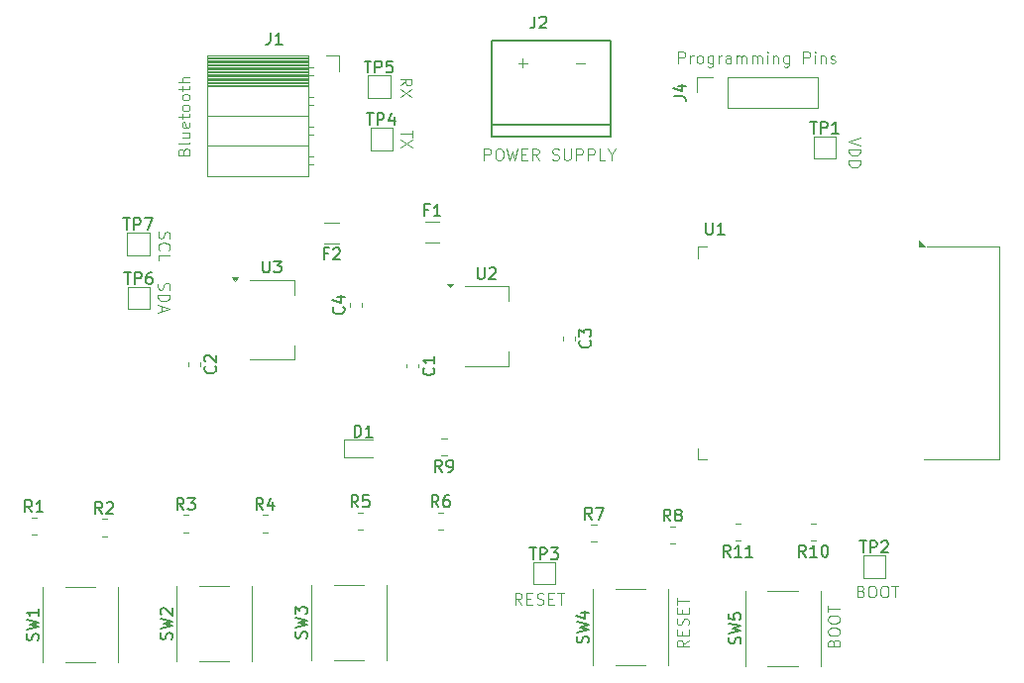
<source format=gbr>
%TF.GenerationSoftware,KiCad,Pcbnew,8.0.0*%
%TF.CreationDate,2025-02-17T23:06:34+05:30*%
%TF.ProjectId,Remote_motorcycle,52656d6f-7465-45f6-9d6f-746f72637963,rev?*%
%TF.SameCoordinates,Original*%
%TF.FileFunction,Legend,Top*%
%TF.FilePolarity,Positive*%
%FSLAX46Y46*%
G04 Gerber Fmt 4.6, Leading zero omitted, Abs format (unit mm)*
G04 Created by KiCad (PCBNEW 8.0.0) date 2025-02-17 23:06:34*
%MOMM*%
%LPD*%
G01*
G04 APERTURE LIST*
%ADD10C,0.100000*%
%ADD11C,0.150000*%
%ADD12C,0.120000*%
%ADD13C,0.127000*%
G04 APERTURE END LIST*
D10*
X126113884Y-98351466D02*
X126875789Y-98351466D01*
X118233884Y-106652419D02*
X118233884Y-105652419D01*
X118233884Y-105652419D02*
X118614836Y-105652419D01*
X118614836Y-105652419D02*
X118710074Y-105700038D01*
X118710074Y-105700038D02*
X118757693Y-105747657D01*
X118757693Y-105747657D02*
X118805312Y-105842895D01*
X118805312Y-105842895D02*
X118805312Y-105985752D01*
X118805312Y-105985752D02*
X118757693Y-106080990D01*
X118757693Y-106080990D02*
X118710074Y-106128609D01*
X118710074Y-106128609D02*
X118614836Y-106176228D01*
X118614836Y-106176228D02*
X118233884Y-106176228D01*
X119424360Y-105652419D02*
X119614836Y-105652419D01*
X119614836Y-105652419D02*
X119710074Y-105700038D01*
X119710074Y-105700038D02*
X119805312Y-105795276D01*
X119805312Y-105795276D02*
X119852931Y-105985752D01*
X119852931Y-105985752D02*
X119852931Y-106319085D01*
X119852931Y-106319085D02*
X119805312Y-106509561D01*
X119805312Y-106509561D02*
X119710074Y-106604800D01*
X119710074Y-106604800D02*
X119614836Y-106652419D01*
X119614836Y-106652419D02*
X119424360Y-106652419D01*
X119424360Y-106652419D02*
X119329122Y-106604800D01*
X119329122Y-106604800D02*
X119233884Y-106509561D01*
X119233884Y-106509561D02*
X119186265Y-106319085D01*
X119186265Y-106319085D02*
X119186265Y-105985752D01*
X119186265Y-105985752D02*
X119233884Y-105795276D01*
X119233884Y-105795276D02*
X119329122Y-105700038D01*
X119329122Y-105700038D02*
X119424360Y-105652419D01*
X120186265Y-105652419D02*
X120424360Y-106652419D01*
X120424360Y-106652419D02*
X120614836Y-105938133D01*
X120614836Y-105938133D02*
X120805312Y-106652419D01*
X120805312Y-106652419D02*
X121043408Y-105652419D01*
X121424360Y-106128609D02*
X121757693Y-106128609D01*
X121900550Y-106652419D02*
X121424360Y-106652419D01*
X121424360Y-106652419D02*
X121424360Y-105652419D01*
X121424360Y-105652419D02*
X121900550Y-105652419D01*
X122900550Y-106652419D02*
X122567217Y-106176228D01*
X122329122Y-106652419D02*
X122329122Y-105652419D01*
X122329122Y-105652419D02*
X122710074Y-105652419D01*
X122710074Y-105652419D02*
X122805312Y-105700038D01*
X122805312Y-105700038D02*
X122852931Y-105747657D01*
X122852931Y-105747657D02*
X122900550Y-105842895D01*
X122900550Y-105842895D02*
X122900550Y-105985752D01*
X122900550Y-105985752D02*
X122852931Y-106080990D01*
X122852931Y-106080990D02*
X122805312Y-106128609D01*
X122805312Y-106128609D02*
X122710074Y-106176228D01*
X122710074Y-106176228D02*
X122329122Y-106176228D01*
X124043408Y-106604800D02*
X124186265Y-106652419D01*
X124186265Y-106652419D02*
X124424360Y-106652419D01*
X124424360Y-106652419D02*
X124519598Y-106604800D01*
X124519598Y-106604800D02*
X124567217Y-106557180D01*
X124567217Y-106557180D02*
X124614836Y-106461942D01*
X124614836Y-106461942D02*
X124614836Y-106366704D01*
X124614836Y-106366704D02*
X124567217Y-106271466D01*
X124567217Y-106271466D02*
X124519598Y-106223847D01*
X124519598Y-106223847D02*
X124424360Y-106176228D01*
X124424360Y-106176228D02*
X124233884Y-106128609D01*
X124233884Y-106128609D02*
X124138646Y-106080990D01*
X124138646Y-106080990D02*
X124091027Y-106033371D01*
X124091027Y-106033371D02*
X124043408Y-105938133D01*
X124043408Y-105938133D02*
X124043408Y-105842895D01*
X124043408Y-105842895D02*
X124091027Y-105747657D01*
X124091027Y-105747657D02*
X124138646Y-105700038D01*
X124138646Y-105700038D02*
X124233884Y-105652419D01*
X124233884Y-105652419D02*
X124471979Y-105652419D01*
X124471979Y-105652419D02*
X124614836Y-105700038D01*
X125043408Y-105652419D02*
X125043408Y-106461942D01*
X125043408Y-106461942D02*
X125091027Y-106557180D01*
X125091027Y-106557180D02*
X125138646Y-106604800D01*
X125138646Y-106604800D02*
X125233884Y-106652419D01*
X125233884Y-106652419D02*
X125424360Y-106652419D01*
X125424360Y-106652419D02*
X125519598Y-106604800D01*
X125519598Y-106604800D02*
X125567217Y-106557180D01*
X125567217Y-106557180D02*
X125614836Y-106461942D01*
X125614836Y-106461942D02*
X125614836Y-105652419D01*
X126091027Y-106652419D02*
X126091027Y-105652419D01*
X126091027Y-105652419D02*
X126471979Y-105652419D01*
X126471979Y-105652419D02*
X126567217Y-105700038D01*
X126567217Y-105700038D02*
X126614836Y-105747657D01*
X126614836Y-105747657D02*
X126662455Y-105842895D01*
X126662455Y-105842895D02*
X126662455Y-105985752D01*
X126662455Y-105985752D02*
X126614836Y-106080990D01*
X126614836Y-106080990D02*
X126567217Y-106128609D01*
X126567217Y-106128609D02*
X126471979Y-106176228D01*
X126471979Y-106176228D02*
X126091027Y-106176228D01*
X127091027Y-106652419D02*
X127091027Y-105652419D01*
X127091027Y-105652419D02*
X127471979Y-105652419D01*
X127471979Y-105652419D02*
X127567217Y-105700038D01*
X127567217Y-105700038D02*
X127614836Y-105747657D01*
X127614836Y-105747657D02*
X127662455Y-105842895D01*
X127662455Y-105842895D02*
X127662455Y-105985752D01*
X127662455Y-105985752D02*
X127614836Y-106080990D01*
X127614836Y-106080990D02*
X127567217Y-106128609D01*
X127567217Y-106128609D02*
X127471979Y-106176228D01*
X127471979Y-106176228D02*
X127091027Y-106176228D01*
X128567217Y-106652419D02*
X128091027Y-106652419D01*
X128091027Y-106652419D02*
X128091027Y-105652419D01*
X129091027Y-106176228D02*
X129091027Y-106652419D01*
X128757694Y-105652419D02*
X129091027Y-106176228D01*
X129091027Y-106176228D02*
X129424360Y-105652419D01*
X111057580Y-100265312D02*
X111533771Y-99931979D01*
X111057580Y-99693884D02*
X112057580Y-99693884D01*
X112057580Y-99693884D02*
X112057580Y-100074836D01*
X112057580Y-100074836D02*
X112009961Y-100170074D01*
X112009961Y-100170074D02*
X111962342Y-100217693D01*
X111962342Y-100217693D02*
X111867104Y-100265312D01*
X111867104Y-100265312D02*
X111724247Y-100265312D01*
X111724247Y-100265312D02*
X111629009Y-100217693D01*
X111629009Y-100217693D02*
X111581390Y-100170074D01*
X111581390Y-100170074D02*
X111533771Y-100074836D01*
X111533771Y-100074836D02*
X111533771Y-99693884D01*
X112057580Y-100598646D02*
X111057580Y-101265312D01*
X112057580Y-101265312D02*
X111057580Y-100598646D01*
X148078609Y-147932782D02*
X148126228Y-147789925D01*
X148126228Y-147789925D02*
X148173847Y-147742306D01*
X148173847Y-147742306D02*
X148269085Y-147694687D01*
X148269085Y-147694687D02*
X148411942Y-147694687D01*
X148411942Y-147694687D02*
X148507180Y-147742306D01*
X148507180Y-147742306D02*
X148554800Y-147789925D01*
X148554800Y-147789925D02*
X148602419Y-147885163D01*
X148602419Y-147885163D02*
X148602419Y-148266115D01*
X148602419Y-148266115D02*
X147602419Y-148266115D01*
X147602419Y-148266115D02*
X147602419Y-147932782D01*
X147602419Y-147932782D02*
X147650038Y-147837544D01*
X147650038Y-147837544D02*
X147697657Y-147789925D01*
X147697657Y-147789925D02*
X147792895Y-147742306D01*
X147792895Y-147742306D02*
X147888133Y-147742306D01*
X147888133Y-147742306D02*
X147983371Y-147789925D01*
X147983371Y-147789925D02*
X148030990Y-147837544D01*
X148030990Y-147837544D02*
X148078609Y-147932782D01*
X148078609Y-147932782D02*
X148078609Y-148266115D01*
X147602419Y-147075639D02*
X147602419Y-146885163D01*
X147602419Y-146885163D02*
X147650038Y-146789925D01*
X147650038Y-146789925D02*
X147745276Y-146694687D01*
X147745276Y-146694687D02*
X147935752Y-146647068D01*
X147935752Y-146647068D02*
X148269085Y-146647068D01*
X148269085Y-146647068D02*
X148459561Y-146694687D01*
X148459561Y-146694687D02*
X148554800Y-146789925D01*
X148554800Y-146789925D02*
X148602419Y-146885163D01*
X148602419Y-146885163D02*
X148602419Y-147075639D01*
X148602419Y-147075639D02*
X148554800Y-147170877D01*
X148554800Y-147170877D02*
X148459561Y-147266115D01*
X148459561Y-147266115D02*
X148269085Y-147313734D01*
X148269085Y-147313734D02*
X147935752Y-147313734D01*
X147935752Y-147313734D02*
X147745276Y-147266115D01*
X147745276Y-147266115D02*
X147650038Y-147170877D01*
X147650038Y-147170877D02*
X147602419Y-147075639D01*
X147602419Y-146028020D02*
X147602419Y-145837544D01*
X147602419Y-145837544D02*
X147650038Y-145742306D01*
X147650038Y-145742306D02*
X147745276Y-145647068D01*
X147745276Y-145647068D02*
X147935752Y-145599449D01*
X147935752Y-145599449D02*
X148269085Y-145599449D01*
X148269085Y-145599449D02*
X148459561Y-145647068D01*
X148459561Y-145647068D02*
X148554800Y-145742306D01*
X148554800Y-145742306D02*
X148602419Y-145837544D01*
X148602419Y-145837544D02*
X148602419Y-146028020D01*
X148602419Y-146028020D02*
X148554800Y-146123258D01*
X148554800Y-146123258D02*
X148459561Y-146218496D01*
X148459561Y-146218496D02*
X148269085Y-146266115D01*
X148269085Y-146266115D02*
X147935752Y-146266115D01*
X147935752Y-146266115D02*
X147745276Y-146218496D01*
X147745276Y-146218496D02*
X147650038Y-146123258D01*
X147650038Y-146123258D02*
X147602419Y-146028020D01*
X147602419Y-145313734D02*
X147602419Y-144742306D01*
X148602419Y-145028020D02*
X147602419Y-145028020D01*
X150357580Y-104691027D02*
X149357580Y-105024360D01*
X149357580Y-105024360D02*
X150357580Y-105357693D01*
X149357580Y-105691027D02*
X150357580Y-105691027D01*
X150357580Y-105691027D02*
X150357580Y-105929122D01*
X150357580Y-105929122D02*
X150309961Y-106071979D01*
X150309961Y-106071979D02*
X150214723Y-106167217D01*
X150214723Y-106167217D02*
X150119485Y-106214836D01*
X150119485Y-106214836D02*
X149929009Y-106262455D01*
X149929009Y-106262455D02*
X149786152Y-106262455D01*
X149786152Y-106262455D02*
X149595676Y-106214836D01*
X149595676Y-106214836D02*
X149500438Y-106167217D01*
X149500438Y-106167217D02*
X149405200Y-106071979D01*
X149405200Y-106071979D02*
X149357580Y-105929122D01*
X149357580Y-105929122D02*
X149357580Y-105691027D01*
X149357580Y-106691027D02*
X150357580Y-106691027D01*
X150357580Y-106691027D02*
X150357580Y-106929122D01*
X150357580Y-106929122D02*
X150309961Y-107071979D01*
X150309961Y-107071979D02*
X150214723Y-107167217D01*
X150214723Y-107167217D02*
X150119485Y-107214836D01*
X150119485Y-107214836D02*
X149929009Y-107262455D01*
X149929009Y-107262455D02*
X149786152Y-107262455D01*
X149786152Y-107262455D02*
X149595676Y-107214836D01*
X149595676Y-107214836D02*
X149500438Y-107167217D01*
X149500438Y-107167217D02*
X149405200Y-107071979D01*
X149405200Y-107071979D02*
X149357580Y-106929122D01*
X149357580Y-106929122D02*
X149357580Y-106691027D01*
X121445312Y-144672419D02*
X121111979Y-144196228D01*
X120873884Y-144672419D02*
X120873884Y-143672419D01*
X120873884Y-143672419D02*
X121254836Y-143672419D01*
X121254836Y-143672419D02*
X121350074Y-143720038D01*
X121350074Y-143720038D02*
X121397693Y-143767657D01*
X121397693Y-143767657D02*
X121445312Y-143862895D01*
X121445312Y-143862895D02*
X121445312Y-144005752D01*
X121445312Y-144005752D02*
X121397693Y-144100990D01*
X121397693Y-144100990D02*
X121350074Y-144148609D01*
X121350074Y-144148609D02*
X121254836Y-144196228D01*
X121254836Y-144196228D02*
X120873884Y-144196228D01*
X121873884Y-144148609D02*
X122207217Y-144148609D01*
X122350074Y-144672419D02*
X121873884Y-144672419D01*
X121873884Y-144672419D02*
X121873884Y-143672419D01*
X121873884Y-143672419D02*
X122350074Y-143672419D01*
X122731027Y-144624800D02*
X122873884Y-144672419D01*
X122873884Y-144672419D02*
X123111979Y-144672419D01*
X123111979Y-144672419D02*
X123207217Y-144624800D01*
X123207217Y-144624800D02*
X123254836Y-144577180D01*
X123254836Y-144577180D02*
X123302455Y-144481942D01*
X123302455Y-144481942D02*
X123302455Y-144386704D01*
X123302455Y-144386704D02*
X123254836Y-144291466D01*
X123254836Y-144291466D02*
X123207217Y-144243847D01*
X123207217Y-144243847D02*
X123111979Y-144196228D01*
X123111979Y-144196228D02*
X122921503Y-144148609D01*
X122921503Y-144148609D02*
X122826265Y-144100990D01*
X122826265Y-144100990D02*
X122778646Y-144053371D01*
X122778646Y-144053371D02*
X122731027Y-143958133D01*
X122731027Y-143958133D02*
X122731027Y-143862895D01*
X122731027Y-143862895D02*
X122778646Y-143767657D01*
X122778646Y-143767657D02*
X122826265Y-143720038D01*
X122826265Y-143720038D02*
X122921503Y-143672419D01*
X122921503Y-143672419D02*
X123159598Y-143672419D01*
X123159598Y-143672419D02*
X123302455Y-143720038D01*
X123731027Y-144148609D02*
X124064360Y-144148609D01*
X124207217Y-144672419D02*
X123731027Y-144672419D01*
X123731027Y-144672419D02*
X123731027Y-143672419D01*
X123731027Y-143672419D02*
X124207217Y-143672419D01*
X124492932Y-143672419D02*
X125064360Y-143672419D01*
X124778646Y-144672419D02*
X124778646Y-143672419D01*
X90435200Y-112766265D02*
X90387580Y-112909122D01*
X90387580Y-112909122D02*
X90387580Y-113147217D01*
X90387580Y-113147217D02*
X90435200Y-113242455D01*
X90435200Y-113242455D02*
X90482819Y-113290074D01*
X90482819Y-113290074D02*
X90578057Y-113337693D01*
X90578057Y-113337693D02*
X90673295Y-113337693D01*
X90673295Y-113337693D02*
X90768533Y-113290074D01*
X90768533Y-113290074D02*
X90816152Y-113242455D01*
X90816152Y-113242455D02*
X90863771Y-113147217D01*
X90863771Y-113147217D02*
X90911390Y-112956741D01*
X90911390Y-112956741D02*
X90959009Y-112861503D01*
X90959009Y-112861503D02*
X91006628Y-112813884D01*
X91006628Y-112813884D02*
X91101866Y-112766265D01*
X91101866Y-112766265D02*
X91197104Y-112766265D01*
X91197104Y-112766265D02*
X91292342Y-112813884D01*
X91292342Y-112813884D02*
X91339961Y-112861503D01*
X91339961Y-112861503D02*
X91387580Y-112956741D01*
X91387580Y-112956741D02*
X91387580Y-113194836D01*
X91387580Y-113194836D02*
X91339961Y-113337693D01*
X90482819Y-114337693D02*
X90435200Y-114290074D01*
X90435200Y-114290074D02*
X90387580Y-114147217D01*
X90387580Y-114147217D02*
X90387580Y-114051979D01*
X90387580Y-114051979D02*
X90435200Y-113909122D01*
X90435200Y-113909122D02*
X90530438Y-113813884D01*
X90530438Y-113813884D02*
X90625676Y-113766265D01*
X90625676Y-113766265D02*
X90816152Y-113718646D01*
X90816152Y-113718646D02*
X90959009Y-113718646D01*
X90959009Y-113718646D02*
X91149485Y-113766265D01*
X91149485Y-113766265D02*
X91244723Y-113813884D01*
X91244723Y-113813884D02*
X91339961Y-113909122D01*
X91339961Y-113909122D02*
X91387580Y-114051979D01*
X91387580Y-114051979D02*
X91387580Y-114147217D01*
X91387580Y-114147217D02*
X91339961Y-114290074D01*
X91339961Y-114290074D02*
X91292342Y-114337693D01*
X90387580Y-115242455D02*
X90387580Y-114766265D01*
X90387580Y-114766265D02*
X91387580Y-114766265D01*
X135692419Y-147694687D02*
X135216228Y-148028020D01*
X135692419Y-148266115D02*
X134692419Y-148266115D01*
X134692419Y-148266115D02*
X134692419Y-147885163D01*
X134692419Y-147885163D02*
X134740038Y-147789925D01*
X134740038Y-147789925D02*
X134787657Y-147742306D01*
X134787657Y-147742306D02*
X134882895Y-147694687D01*
X134882895Y-147694687D02*
X135025752Y-147694687D01*
X135025752Y-147694687D02*
X135120990Y-147742306D01*
X135120990Y-147742306D02*
X135168609Y-147789925D01*
X135168609Y-147789925D02*
X135216228Y-147885163D01*
X135216228Y-147885163D02*
X135216228Y-148266115D01*
X135168609Y-147266115D02*
X135168609Y-146932782D01*
X135692419Y-146789925D02*
X135692419Y-147266115D01*
X135692419Y-147266115D02*
X134692419Y-147266115D01*
X134692419Y-147266115D02*
X134692419Y-146789925D01*
X135644800Y-146408972D02*
X135692419Y-146266115D01*
X135692419Y-146266115D02*
X135692419Y-146028020D01*
X135692419Y-146028020D02*
X135644800Y-145932782D01*
X135644800Y-145932782D02*
X135597180Y-145885163D01*
X135597180Y-145885163D02*
X135501942Y-145837544D01*
X135501942Y-145837544D02*
X135406704Y-145837544D01*
X135406704Y-145837544D02*
X135311466Y-145885163D01*
X135311466Y-145885163D02*
X135263847Y-145932782D01*
X135263847Y-145932782D02*
X135216228Y-146028020D01*
X135216228Y-146028020D02*
X135168609Y-146218496D01*
X135168609Y-146218496D02*
X135120990Y-146313734D01*
X135120990Y-146313734D02*
X135073371Y-146361353D01*
X135073371Y-146361353D02*
X134978133Y-146408972D01*
X134978133Y-146408972D02*
X134882895Y-146408972D01*
X134882895Y-146408972D02*
X134787657Y-146361353D01*
X134787657Y-146361353D02*
X134740038Y-146313734D01*
X134740038Y-146313734D02*
X134692419Y-146218496D01*
X134692419Y-146218496D02*
X134692419Y-145980401D01*
X134692419Y-145980401D02*
X134740038Y-145837544D01*
X135168609Y-145408972D02*
X135168609Y-145075639D01*
X135692419Y-144932782D02*
X135692419Y-145408972D01*
X135692419Y-145408972D02*
X134692419Y-145408972D01*
X134692419Y-145408972D02*
X134692419Y-144932782D01*
X134692419Y-144647067D02*
X134692419Y-144075639D01*
X135692419Y-144361353D02*
X134692419Y-144361353D01*
X92568609Y-105912782D02*
X92616228Y-105769925D01*
X92616228Y-105769925D02*
X92663847Y-105722306D01*
X92663847Y-105722306D02*
X92759085Y-105674687D01*
X92759085Y-105674687D02*
X92901942Y-105674687D01*
X92901942Y-105674687D02*
X92997180Y-105722306D01*
X92997180Y-105722306D02*
X93044800Y-105769925D01*
X93044800Y-105769925D02*
X93092419Y-105865163D01*
X93092419Y-105865163D02*
X93092419Y-106246115D01*
X93092419Y-106246115D02*
X92092419Y-106246115D01*
X92092419Y-106246115D02*
X92092419Y-105912782D01*
X92092419Y-105912782D02*
X92140038Y-105817544D01*
X92140038Y-105817544D02*
X92187657Y-105769925D01*
X92187657Y-105769925D02*
X92282895Y-105722306D01*
X92282895Y-105722306D02*
X92378133Y-105722306D01*
X92378133Y-105722306D02*
X92473371Y-105769925D01*
X92473371Y-105769925D02*
X92520990Y-105817544D01*
X92520990Y-105817544D02*
X92568609Y-105912782D01*
X92568609Y-105912782D02*
X92568609Y-106246115D01*
X93092419Y-105103258D02*
X93044800Y-105198496D01*
X93044800Y-105198496D02*
X92949561Y-105246115D01*
X92949561Y-105246115D02*
X92092419Y-105246115D01*
X92425752Y-104293734D02*
X93092419Y-104293734D01*
X92425752Y-104722305D02*
X92949561Y-104722305D01*
X92949561Y-104722305D02*
X93044800Y-104674686D01*
X93044800Y-104674686D02*
X93092419Y-104579448D01*
X93092419Y-104579448D02*
X93092419Y-104436591D01*
X93092419Y-104436591D02*
X93044800Y-104341353D01*
X93044800Y-104341353D02*
X92997180Y-104293734D01*
X93044800Y-103436591D02*
X93092419Y-103531829D01*
X93092419Y-103531829D02*
X93092419Y-103722305D01*
X93092419Y-103722305D02*
X93044800Y-103817543D01*
X93044800Y-103817543D02*
X92949561Y-103865162D01*
X92949561Y-103865162D02*
X92568609Y-103865162D01*
X92568609Y-103865162D02*
X92473371Y-103817543D01*
X92473371Y-103817543D02*
X92425752Y-103722305D01*
X92425752Y-103722305D02*
X92425752Y-103531829D01*
X92425752Y-103531829D02*
X92473371Y-103436591D01*
X92473371Y-103436591D02*
X92568609Y-103388972D01*
X92568609Y-103388972D02*
X92663847Y-103388972D01*
X92663847Y-103388972D02*
X92759085Y-103865162D01*
X92425752Y-103103257D02*
X92425752Y-102722305D01*
X92092419Y-102960400D02*
X92949561Y-102960400D01*
X92949561Y-102960400D02*
X93044800Y-102912781D01*
X93044800Y-102912781D02*
X93092419Y-102817543D01*
X93092419Y-102817543D02*
X93092419Y-102722305D01*
X93092419Y-102246114D02*
X93044800Y-102341352D01*
X93044800Y-102341352D02*
X92997180Y-102388971D01*
X92997180Y-102388971D02*
X92901942Y-102436590D01*
X92901942Y-102436590D02*
X92616228Y-102436590D01*
X92616228Y-102436590D02*
X92520990Y-102388971D01*
X92520990Y-102388971D02*
X92473371Y-102341352D01*
X92473371Y-102341352D02*
X92425752Y-102246114D01*
X92425752Y-102246114D02*
X92425752Y-102103257D01*
X92425752Y-102103257D02*
X92473371Y-102008019D01*
X92473371Y-102008019D02*
X92520990Y-101960400D01*
X92520990Y-101960400D02*
X92616228Y-101912781D01*
X92616228Y-101912781D02*
X92901942Y-101912781D01*
X92901942Y-101912781D02*
X92997180Y-101960400D01*
X92997180Y-101960400D02*
X93044800Y-102008019D01*
X93044800Y-102008019D02*
X93092419Y-102103257D01*
X93092419Y-102103257D02*
X93092419Y-102246114D01*
X93092419Y-101341352D02*
X93044800Y-101436590D01*
X93044800Y-101436590D02*
X92997180Y-101484209D01*
X92997180Y-101484209D02*
X92901942Y-101531828D01*
X92901942Y-101531828D02*
X92616228Y-101531828D01*
X92616228Y-101531828D02*
X92520990Y-101484209D01*
X92520990Y-101484209D02*
X92473371Y-101436590D01*
X92473371Y-101436590D02*
X92425752Y-101341352D01*
X92425752Y-101341352D02*
X92425752Y-101198495D01*
X92425752Y-101198495D02*
X92473371Y-101103257D01*
X92473371Y-101103257D02*
X92520990Y-101055638D01*
X92520990Y-101055638D02*
X92616228Y-101008019D01*
X92616228Y-101008019D02*
X92901942Y-101008019D01*
X92901942Y-101008019D02*
X92997180Y-101055638D01*
X92997180Y-101055638D02*
X93044800Y-101103257D01*
X93044800Y-101103257D02*
X93092419Y-101198495D01*
X93092419Y-101198495D02*
X93092419Y-101341352D01*
X92425752Y-100722304D02*
X92425752Y-100341352D01*
X92092419Y-100579447D02*
X92949561Y-100579447D01*
X92949561Y-100579447D02*
X93044800Y-100531828D01*
X93044800Y-100531828D02*
X93092419Y-100436590D01*
X93092419Y-100436590D02*
X93092419Y-100341352D01*
X93092419Y-100008018D02*
X92092419Y-100008018D01*
X93092419Y-99579447D02*
X92568609Y-99579447D01*
X92568609Y-99579447D02*
X92473371Y-99627066D01*
X92473371Y-99627066D02*
X92425752Y-99722304D01*
X92425752Y-99722304D02*
X92425752Y-99865161D01*
X92425752Y-99865161D02*
X92473371Y-99960399D01*
X92473371Y-99960399D02*
X92520990Y-100008018D01*
X134823884Y-98362419D02*
X134823884Y-97362419D01*
X134823884Y-97362419D02*
X135204836Y-97362419D01*
X135204836Y-97362419D02*
X135300074Y-97410038D01*
X135300074Y-97410038D02*
X135347693Y-97457657D01*
X135347693Y-97457657D02*
X135395312Y-97552895D01*
X135395312Y-97552895D02*
X135395312Y-97695752D01*
X135395312Y-97695752D02*
X135347693Y-97790990D01*
X135347693Y-97790990D02*
X135300074Y-97838609D01*
X135300074Y-97838609D02*
X135204836Y-97886228D01*
X135204836Y-97886228D02*
X134823884Y-97886228D01*
X135823884Y-98362419D02*
X135823884Y-97695752D01*
X135823884Y-97886228D02*
X135871503Y-97790990D01*
X135871503Y-97790990D02*
X135919122Y-97743371D01*
X135919122Y-97743371D02*
X136014360Y-97695752D01*
X136014360Y-97695752D02*
X136109598Y-97695752D01*
X136585789Y-98362419D02*
X136490551Y-98314800D01*
X136490551Y-98314800D02*
X136442932Y-98267180D01*
X136442932Y-98267180D02*
X136395313Y-98171942D01*
X136395313Y-98171942D02*
X136395313Y-97886228D01*
X136395313Y-97886228D02*
X136442932Y-97790990D01*
X136442932Y-97790990D02*
X136490551Y-97743371D01*
X136490551Y-97743371D02*
X136585789Y-97695752D01*
X136585789Y-97695752D02*
X136728646Y-97695752D01*
X136728646Y-97695752D02*
X136823884Y-97743371D01*
X136823884Y-97743371D02*
X136871503Y-97790990D01*
X136871503Y-97790990D02*
X136919122Y-97886228D01*
X136919122Y-97886228D02*
X136919122Y-98171942D01*
X136919122Y-98171942D02*
X136871503Y-98267180D01*
X136871503Y-98267180D02*
X136823884Y-98314800D01*
X136823884Y-98314800D02*
X136728646Y-98362419D01*
X136728646Y-98362419D02*
X136585789Y-98362419D01*
X137776265Y-97695752D02*
X137776265Y-98505276D01*
X137776265Y-98505276D02*
X137728646Y-98600514D01*
X137728646Y-98600514D02*
X137681027Y-98648133D01*
X137681027Y-98648133D02*
X137585789Y-98695752D01*
X137585789Y-98695752D02*
X137442932Y-98695752D01*
X137442932Y-98695752D02*
X137347694Y-98648133D01*
X137776265Y-98314800D02*
X137681027Y-98362419D01*
X137681027Y-98362419D02*
X137490551Y-98362419D01*
X137490551Y-98362419D02*
X137395313Y-98314800D01*
X137395313Y-98314800D02*
X137347694Y-98267180D01*
X137347694Y-98267180D02*
X137300075Y-98171942D01*
X137300075Y-98171942D02*
X137300075Y-97886228D01*
X137300075Y-97886228D02*
X137347694Y-97790990D01*
X137347694Y-97790990D02*
X137395313Y-97743371D01*
X137395313Y-97743371D02*
X137490551Y-97695752D01*
X137490551Y-97695752D02*
X137681027Y-97695752D01*
X137681027Y-97695752D02*
X137776265Y-97743371D01*
X138252456Y-98362419D02*
X138252456Y-97695752D01*
X138252456Y-97886228D02*
X138300075Y-97790990D01*
X138300075Y-97790990D02*
X138347694Y-97743371D01*
X138347694Y-97743371D02*
X138442932Y-97695752D01*
X138442932Y-97695752D02*
X138538170Y-97695752D01*
X139300075Y-98362419D02*
X139300075Y-97838609D01*
X139300075Y-97838609D02*
X139252456Y-97743371D01*
X139252456Y-97743371D02*
X139157218Y-97695752D01*
X139157218Y-97695752D02*
X138966742Y-97695752D01*
X138966742Y-97695752D02*
X138871504Y-97743371D01*
X139300075Y-98314800D02*
X139204837Y-98362419D01*
X139204837Y-98362419D02*
X138966742Y-98362419D01*
X138966742Y-98362419D02*
X138871504Y-98314800D01*
X138871504Y-98314800D02*
X138823885Y-98219561D01*
X138823885Y-98219561D02*
X138823885Y-98124323D01*
X138823885Y-98124323D02*
X138871504Y-98029085D01*
X138871504Y-98029085D02*
X138966742Y-97981466D01*
X138966742Y-97981466D02*
X139204837Y-97981466D01*
X139204837Y-97981466D02*
X139300075Y-97933847D01*
X139776266Y-98362419D02*
X139776266Y-97695752D01*
X139776266Y-97790990D02*
X139823885Y-97743371D01*
X139823885Y-97743371D02*
X139919123Y-97695752D01*
X139919123Y-97695752D02*
X140061980Y-97695752D01*
X140061980Y-97695752D02*
X140157218Y-97743371D01*
X140157218Y-97743371D02*
X140204837Y-97838609D01*
X140204837Y-97838609D02*
X140204837Y-98362419D01*
X140204837Y-97838609D02*
X140252456Y-97743371D01*
X140252456Y-97743371D02*
X140347694Y-97695752D01*
X140347694Y-97695752D02*
X140490551Y-97695752D01*
X140490551Y-97695752D02*
X140585790Y-97743371D01*
X140585790Y-97743371D02*
X140633409Y-97838609D01*
X140633409Y-97838609D02*
X140633409Y-98362419D01*
X141109599Y-98362419D02*
X141109599Y-97695752D01*
X141109599Y-97790990D02*
X141157218Y-97743371D01*
X141157218Y-97743371D02*
X141252456Y-97695752D01*
X141252456Y-97695752D02*
X141395313Y-97695752D01*
X141395313Y-97695752D02*
X141490551Y-97743371D01*
X141490551Y-97743371D02*
X141538170Y-97838609D01*
X141538170Y-97838609D02*
X141538170Y-98362419D01*
X141538170Y-97838609D02*
X141585789Y-97743371D01*
X141585789Y-97743371D02*
X141681027Y-97695752D01*
X141681027Y-97695752D02*
X141823884Y-97695752D01*
X141823884Y-97695752D02*
X141919123Y-97743371D01*
X141919123Y-97743371D02*
X141966742Y-97838609D01*
X141966742Y-97838609D02*
X141966742Y-98362419D01*
X142442932Y-98362419D02*
X142442932Y-97695752D01*
X142442932Y-97362419D02*
X142395313Y-97410038D01*
X142395313Y-97410038D02*
X142442932Y-97457657D01*
X142442932Y-97457657D02*
X142490551Y-97410038D01*
X142490551Y-97410038D02*
X142442932Y-97362419D01*
X142442932Y-97362419D02*
X142442932Y-97457657D01*
X142919122Y-97695752D02*
X142919122Y-98362419D01*
X142919122Y-97790990D02*
X142966741Y-97743371D01*
X142966741Y-97743371D02*
X143061979Y-97695752D01*
X143061979Y-97695752D02*
X143204836Y-97695752D01*
X143204836Y-97695752D02*
X143300074Y-97743371D01*
X143300074Y-97743371D02*
X143347693Y-97838609D01*
X143347693Y-97838609D02*
X143347693Y-98362419D01*
X144252455Y-97695752D02*
X144252455Y-98505276D01*
X144252455Y-98505276D02*
X144204836Y-98600514D01*
X144204836Y-98600514D02*
X144157217Y-98648133D01*
X144157217Y-98648133D02*
X144061979Y-98695752D01*
X144061979Y-98695752D02*
X143919122Y-98695752D01*
X143919122Y-98695752D02*
X143823884Y-98648133D01*
X144252455Y-98314800D02*
X144157217Y-98362419D01*
X144157217Y-98362419D02*
X143966741Y-98362419D01*
X143966741Y-98362419D02*
X143871503Y-98314800D01*
X143871503Y-98314800D02*
X143823884Y-98267180D01*
X143823884Y-98267180D02*
X143776265Y-98171942D01*
X143776265Y-98171942D02*
X143776265Y-97886228D01*
X143776265Y-97886228D02*
X143823884Y-97790990D01*
X143823884Y-97790990D02*
X143871503Y-97743371D01*
X143871503Y-97743371D02*
X143966741Y-97695752D01*
X143966741Y-97695752D02*
X144157217Y-97695752D01*
X144157217Y-97695752D02*
X144252455Y-97743371D01*
X145490551Y-98362419D02*
X145490551Y-97362419D01*
X145490551Y-97362419D02*
X145871503Y-97362419D01*
X145871503Y-97362419D02*
X145966741Y-97410038D01*
X145966741Y-97410038D02*
X146014360Y-97457657D01*
X146014360Y-97457657D02*
X146061979Y-97552895D01*
X146061979Y-97552895D02*
X146061979Y-97695752D01*
X146061979Y-97695752D02*
X146014360Y-97790990D01*
X146014360Y-97790990D02*
X145966741Y-97838609D01*
X145966741Y-97838609D02*
X145871503Y-97886228D01*
X145871503Y-97886228D02*
X145490551Y-97886228D01*
X146490551Y-98362419D02*
X146490551Y-97695752D01*
X146490551Y-97362419D02*
X146442932Y-97410038D01*
X146442932Y-97410038D02*
X146490551Y-97457657D01*
X146490551Y-97457657D02*
X146538170Y-97410038D01*
X146538170Y-97410038D02*
X146490551Y-97362419D01*
X146490551Y-97362419D02*
X146490551Y-97457657D01*
X146966741Y-97695752D02*
X146966741Y-98362419D01*
X146966741Y-97790990D02*
X147014360Y-97743371D01*
X147014360Y-97743371D02*
X147109598Y-97695752D01*
X147109598Y-97695752D02*
X147252455Y-97695752D01*
X147252455Y-97695752D02*
X147347693Y-97743371D01*
X147347693Y-97743371D02*
X147395312Y-97838609D01*
X147395312Y-97838609D02*
X147395312Y-98362419D01*
X147823884Y-98314800D02*
X147919122Y-98362419D01*
X147919122Y-98362419D02*
X148109598Y-98362419D01*
X148109598Y-98362419D02*
X148204836Y-98314800D01*
X148204836Y-98314800D02*
X148252455Y-98219561D01*
X148252455Y-98219561D02*
X148252455Y-98171942D01*
X148252455Y-98171942D02*
X148204836Y-98076704D01*
X148204836Y-98076704D02*
X148109598Y-98029085D01*
X148109598Y-98029085D02*
X147966741Y-98029085D01*
X147966741Y-98029085D02*
X147871503Y-97981466D01*
X147871503Y-97981466D02*
X147823884Y-97886228D01*
X147823884Y-97886228D02*
X147823884Y-97838609D01*
X147823884Y-97838609D02*
X147871503Y-97743371D01*
X147871503Y-97743371D02*
X147966741Y-97695752D01*
X147966741Y-97695752D02*
X148109598Y-97695752D01*
X148109598Y-97695752D02*
X148204836Y-97743371D01*
X90415200Y-117146265D02*
X90367580Y-117289122D01*
X90367580Y-117289122D02*
X90367580Y-117527217D01*
X90367580Y-117527217D02*
X90415200Y-117622455D01*
X90415200Y-117622455D02*
X90462819Y-117670074D01*
X90462819Y-117670074D02*
X90558057Y-117717693D01*
X90558057Y-117717693D02*
X90653295Y-117717693D01*
X90653295Y-117717693D02*
X90748533Y-117670074D01*
X90748533Y-117670074D02*
X90796152Y-117622455D01*
X90796152Y-117622455D02*
X90843771Y-117527217D01*
X90843771Y-117527217D02*
X90891390Y-117336741D01*
X90891390Y-117336741D02*
X90939009Y-117241503D01*
X90939009Y-117241503D02*
X90986628Y-117193884D01*
X90986628Y-117193884D02*
X91081866Y-117146265D01*
X91081866Y-117146265D02*
X91177104Y-117146265D01*
X91177104Y-117146265D02*
X91272342Y-117193884D01*
X91272342Y-117193884D02*
X91319961Y-117241503D01*
X91319961Y-117241503D02*
X91367580Y-117336741D01*
X91367580Y-117336741D02*
X91367580Y-117574836D01*
X91367580Y-117574836D02*
X91319961Y-117717693D01*
X90367580Y-118146265D02*
X91367580Y-118146265D01*
X91367580Y-118146265D02*
X91367580Y-118384360D01*
X91367580Y-118384360D02*
X91319961Y-118527217D01*
X91319961Y-118527217D02*
X91224723Y-118622455D01*
X91224723Y-118622455D02*
X91129485Y-118670074D01*
X91129485Y-118670074D02*
X90939009Y-118717693D01*
X90939009Y-118717693D02*
X90796152Y-118717693D01*
X90796152Y-118717693D02*
X90605676Y-118670074D01*
X90605676Y-118670074D02*
X90510438Y-118622455D01*
X90510438Y-118622455D02*
X90415200Y-118527217D01*
X90415200Y-118527217D02*
X90367580Y-118384360D01*
X90367580Y-118384360D02*
X90367580Y-118146265D01*
X90653295Y-119098646D02*
X90653295Y-119574836D01*
X90367580Y-119003408D02*
X91367580Y-119336741D01*
X91367580Y-119336741D02*
X90367580Y-119670074D01*
X112087580Y-104111027D02*
X112087580Y-104682455D01*
X111087580Y-104396741D02*
X112087580Y-104396741D01*
X112087580Y-104920551D02*
X111087580Y-105587217D01*
X112087580Y-105587217D02*
X111087580Y-104920551D01*
X121153884Y-98351466D02*
X121915789Y-98351466D01*
X121534836Y-98732419D02*
X121534836Y-97970514D01*
X150417217Y-143518609D02*
X150560074Y-143566228D01*
X150560074Y-143566228D02*
X150607693Y-143613847D01*
X150607693Y-143613847D02*
X150655312Y-143709085D01*
X150655312Y-143709085D02*
X150655312Y-143851942D01*
X150655312Y-143851942D02*
X150607693Y-143947180D01*
X150607693Y-143947180D02*
X150560074Y-143994800D01*
X150560074Y-143994800D02*
X150464836Y-144042419D01*
X150464836Y-144042419D02*
X150083884Y-144042419D01*
X150083884Y-144042419D02*
X150083884Y-143042419D01*
X150083884Y-143042419D02*
X150417217Y-143042419D01*
X150417217Y-143042419D02*
X150512455Y-143090038D01*
X150512455Y-143090038D02*
X150560074Y-143137657D01*
X150560074Y-143137657D02*
X150607693Y-143232895D01*
X150607693Y-143232895D02*
X150607693Y-143328133D01*
X150607693Y-143328133D02*
X150560074Y-143423371D01*
X150560074Y-143423371D02*
X150512455Y-143470990D01*
X150512455Y-143470990D02*
X150417217Y-143518609D01*
X150417217Y-143518609D02*
X150083884Y-143518609D01*
X151274360Y-143042419D02*
X151464836Y-143042419D01*
X151464836Y-143042419D02*
X151560074Y-143090038D01*
X151560074Y-143090038D02*
X151655312Y-143185276D01*
X151655312Y-143185276D02*
X151702931Y-143375752D01*
X151702931Y-143375752D02*
X151702931Y-143709085D01*
X151702931Y-143709085D02*
X151655312Y-143899561D01*
X151655312Y-143899561D02*
X151560074Y-143994800D01*
X151560074Y-143994800D02*
X151464836Y-144042419D01*
X151464836Y-144042419D02*
X151274360Y-144042419D01*
X151274360Y-144042419D02*
X151179122Y-143994800D01*
X151179122Y-143994800D02*
X151083884Y-143899561D01*
X151083884Y-143899561D02*
X151036265Y-143709085D01*
X151036265Y-143709085D02*
X151036265Y-143375752D01*
X151036265Y-143375752D02*
X151083884Y-143185276D01*
X151083884Y-143185276D02*
X151179122Y-143090038D01*
X151179122Y-143090038D02*
X151274360Y-143042419D01*
X152321979Y-143042419D02*
X152512455Y-143042419D01*
X152512455Y-143042419D02*
X152607693Y-143090038D01*
X152607693Y-143090038D02*
X152702931Y-143185276D01*
X152702931Y-143185276D02*
X152750550Y-143375752D01*
X152750550Y-143375752D02*
X152750550Y-143709085D01*
X152750550Y-143709085D02*
X152702931Y-143899561D01*
X152702931Y-143899561D02*
X152607693Y-143994800D01*
X152607693Y-143994800D02*
X152512455Y-144042419D01*
X152512455Y-144042419D02*
X152321979Y-144042419D01*
X152321979Y-144042419D02*
X152226741Y-143994800D01*
X152226741Y-143994800D02*
X152131503Y-143899561D01*
X152131503Y-143899561D02*
X152083884Y-143709085D01*
X152083884Y-143709085D02*
X152083884Y-143375752D01*
X152083884Y-143375752D02*
X152131503Y-143185276D01*
X152131503Y-143185276D02*
X152226741Y-143090038D01*
X152226741Y-143090038D02*
X152321979Y-143042419D01*
X153036265Y-143042419D02*
X153607693Y-143042419D01*
X153321979Y-144042419D02*
X153321979Y-143042419D01*
D11*
X127087200Y-147918332D02*
X127134819Y-147775475D01*
X127134819Y-147775475D02*
X127134819Y-147537380D01*
X127134819Y-147537380D02*
X127087200Y-147442142D01*
X127087200Y-147442142D02*
X127039580Y-147394523D01*
X127039580Y-147394523D02*
X126944342Y-147346904D01*
X126944342Y-147346904D02*
X126849104Y-147346904D01*
X126849104Y-147346904D02*
X126753866Y-147394523D01*
X126753866Y-147394523D02*
X126706247Y-147442142D01*
X126706247Y-147442142D02*
X126658628Y-147537380D01*
X126658628Y-147537380D02*
X126611009Y-147727856D01*
X126611009Y-147727856D02*
X126563390Y-147823094D01*
X126563390Y-147823094D02*
X126515771Y-147870713D01*
X126515771Y-147870713D02*
X126420533Y-147918332D01*
X126420533Y-147918332D02*
X126325295Y-147918332D01*
X126325295Y-147918332D02*
X126230057Y-147870713D01*
X126230057Y-147870713D02*
X126182438Y-147823094D01*
X126182438Y-147823094D02*
X126134819Y-147727856D01*
X126134819Y-147727856D02*
X126134819Y-147489761D01*
X126134819Y-147489761D02*
X126182438Y-147346904D01*
X126134819Y-147013570D02*
X127134819Y-146775475D01*
X127134819Y-146775475D02*
X126420533Y-146584999D01*
X126420533Y-146584999D02*
X127134819Y-146394523D01*
X127134819Y-146394523D02*
X126134819Y-146156428D01*
X126468152Y-145346904D02*
X127134819Y-145346904D01*
X126087200Y-145584999D02*
X126801485Y-145823094D01*
X126801485Y-145823094D02*
X126801485Y-145204047D01*
X127443333Y-137364819D02*
X127110000Y-136888628D01*
X126871905Y-137364819D02*
X126871905Y-136364819D01*
X126871905Y-136364819D02*
X127252857Y-136364819D01*
X127252857Y-136364819D02*
X127348095Y-136412438D01*
X127348095Y-136412438D02*
X127395714Y-136460057D01*
X127395714Y-136460057D02*
X127443333Y-136555295D01*
X127443333Y-136555295D02*
X127443333Y-136698152D01*
X127443333Y-136698152D02*
X127395714Y-136793390D01*
X127395714Y-136793390D02*
X127348095Y-136841009D01*
X127348095Y-136841009D02*
X127252857Y-136888628D01*
X127252857Y-136888628D02*
X126871905Y-136888628D01*
X127776667Y-136364819D02*
X128443333Y-136364819D01*
X128443333Y-136364819D02*
X128014762Y-137364819D01*
X79613333Y-136744819D02*
X79280000Y-136268628D01*
X79041905Y-136744819D02*
X79041905Y-135744819D01*
X79041905Y-135744819D02*
X79422857Y-135744819D01*
X79422857Y-135744819D02*
X79518095Y-135792438D01*
X79518095Y-135792438D02*
X79565714Y-135840057D01*
X79565714Y-135840057D02*
X79613333Y-135935295D01*
X79613333Y-135935295D02*
X79613333Y-136078152D01*
X79613333Y-136078152D02*
X79565714Y-136173390D01*
X79565714Y-136173390D02*
X79518095Y-136221009D01*
X79518095Y-136221009D02*
X79422857Y-136268628D01*
X79422857Y-136268628D02*
X79041905Y-136268628D01*
X80565714Y-136744819D02*
X79994286Y-136744819D01*
X80280000Y-136744819D02*
X80280000Y-135744819D01*
X80280000Y-135744819D02*
X80184762Y-135887676D01*
X80184762Y-135887676D02*
X80089524Y-135982914D01*
X80089524Y-135982914D02*
X79994286Y-136030533D01*
X87418095Y-111616819D02*
X87989523Y-111616819D01*
X87703809Y-112616819D02*
X87703809Y-111616819D01*
X88322857Y-112616819D02*
X88322857Y-111616819D01*
X88322857Y-111616819D02*
X88703809Y-111616819D01*
X88703809Y-111616819D02*
X88799047Y-111664438D01*
X88799047Y-111664438D02*
X88846666Y-111712057D01*
X88846666Y-111712057D02*
X88894285Y-111807295D01*
X88894285Y-111807295D02*
X88894285Y-111950152D01*
X88894285Y-111950152D02*
X88846666Y-112045390D01*
X88846666Y-112045390D02*
X88799047Y-112093009D01*
X88799047Y-112093009D02*
X88703809Y-112140628D01*
X88703809Y-112140628D02*
X88322857Y-112140628D01*
X89227619Y-111616819D02*
X89894285Y-111616819D01*
X89894285Y-111616819D02*
X89465714Y-112616819D01*
X122108095Y-139796819D02*
X122679523Y-139796819D01*
X122393809Y-140796819D02*
X122393809Y-139796819D01*
X123012857Y-140796819D02*
X123012857Y-139796819D01*
X123012857Y-139796819D02*
X123393809Y-139796819D01*
X123393809Y-139796819D02*
X123489047Y-139844438D01*
X123489047Y-139844438D02*
X123536666Y-139892057D01*
X123536666Y-139892057D02*
X123584285Y-139987295D01*
X123584285Y-139987295D02*
X123584285Y-140130152D01*
X123584285Y-140130152D02*
X123536666Y-140225390D01*
X123536666Y-140225390D02*
X123489047Y-140273009D01*
X123489047Y-140273009D02*
X123393809Y-140320628D01*
X123393809Y-140320628D02*
X123012857Y-140320628D01*
X123917619Y-139796819D02*
X124536666Y-139796819D01*
X124536666Y-139796819D02*
X124203333Y-140177771D01*
X124203333Y-140177771D02*
X124346190Y-140177771D01*
X124346190Y-140177771D02*
X124441428Y-140225390D01*
X124441428Y-140225390D02*
X124489047Y-140273009D01*
X124489047Y-140273009D02*
X124536666Y-140368247D01*
X124536666Y-140368247D02*
X124536666Y-140606342D01*
X124536666Y-140606342D02*
X124489047Y-140701580D01*
X124489047Y-140701580D02*
X124441428Y-140749200D01*
X124441428Y-140749200D02*
X124346190Y-140796819D01*
X124346190Y-140796819D02*
X124060476Y-140796819D01*
X124060476Y-140796819D02*
X123965238Y-140749200D01*
X123965238Y-140749200D02*
X123917619Y-140701580D01*
X99996666Y-95734819D02*
X99996666Y-96449104D01*
X99996666Y-96449104D02*
X99949047Y-96591961D01*
X99949047Y-96591961D02*
X99853809Y-96687200D01*
X99853809Y-96687200D02*
X99710952Y-96734819D01*
X99710952Y-96734819D02*
X99615714Y-96734819D01*
X100996666Y-96734819D02*
X100425238Y-96734819D01*
X100710952Y-96734819D02*
X100710952Y-95734819D01*
X100710952Y-95734819D02*
X100615714Y-95877676D01*
X100615714Y-95877676D02*
X100520476Y-95972914D01*
X100520476Y-95972914D02*
X100425238Y-96020533D01*
X146078095Y-103356819D02*
X146649523Y-103356819D01*
X146363809Y-104356819D02*
X146363809Y-103356819D01*
X146982857Y-104356819D02*
X146982857Y-103356819D01*
X146982857Y-103356819D02*
X147363809Y-103356819D01*
X147363809Y-103356819D02*
X147459047Y-103404438D01*
X147459047Y-103404438D02*
X147506666Y-103452057D01*
X147506666Y-103452057D02*
X147554285Y-103547295D01*
X147554285Y-103547295D02*
X147554285Y-103690152D01*
X147554285Y-103690152D02*
X147506666Y-103785390D01*
X147506666Y-103785390D02*
X147459047Y-103833009D01*
X147459047Y-103833009D02*
X147363809Y-103880628D01*
X147363809Y-103880628D02*
X146982857Y-103880628D01*
X148506666Y-104356819D02*
X147935238Y-104356819D01*
X148220952Y-104356819D02*
X148220952Y-103356819D01*
X148220952Y-103356819D02*
X148125714Y-103499676D01*
X148125714Y-103499676D02*
X148030476Y-103594914D01*
X148030476Y-103594914D02*
X147935238Y-103642533D01*
X134459819Y-101188333D02*
X135174104Y-101188333D01*
X135174104Y-101188333D02*
X135316961Y-101235952D01*
X135316961Y-101235952D02*
X135412200Y-101331190D01*
X135412200Y-101331190D02*
X135459819Y-101474047D01*
X135459819Y-101474047D02*
X135459819Y-101569285D01*
X134793152Y-100283571D02*
X135459819Y-100283571D01*
X134412200Y-100521666D02*
X135126485Y-100759761D01*
X135126485Y-100759761D02*
X135126485Y-100140714D01*
X106217080Y-119196666D02*
X106264700Y-119244285D01*
X106264700Y-119244285D02*
X106312319Y-119387142D01*
X106312319Y-119387142D02*
X106312319Y-119482380D01*
X106312319Y-119482380D02*
X106264700Y-119625237D01*
X106264700Y-119625237D02*
X106169461Y-119720475D01*
X106169461Y-119720475D02*
X106074223Y-119768094D01*
X106074223Y-119768094D02*
X105883747Y-119815713D01*
X105883747Y-119815713D02*
X105740890Y-119815713D01*
X105740890Y-119815713D02*
X105550414Y-119768094D01*
X105550414Y-119768094D02*
X105455176Y-119720475D01*
X105455176Y-119720475D02*
X105359938Y-119625237D01*
X105359938Y-119625237D02*
X105312319Y-119482380D01*
X105312319Y-119482380D02*
X105312319Y-119387142D01*
X105312319Y-119387142D02*
X105359938Y-119244285D01*
X105359938Y-119244285D02*
X105407557Y-119196666D01*
X105645652Y-118339523D02*
X106312319Y-118339523D01*
X105264700Y-118577618D02*
X105978985Y-118815713D01*
X105978985Y-118815713D02*
X105978985Y-118196666D01*
X87498095Y-116246819D02*
X88069523Y-116246819D01*
X87783809Y-117246819D02*
X87783809Y-116246819D01*
X88402857Y-117246819D02*
X88402857Y-116246819D01*
X88402857Y-116246819D02*
X88783809Y-116246819D01*
X88783809Y-116246819D02*
X88879047Y-116294438D01*
X88879047Y-116294438D02*
X88926666Y-116342057D01*
X88926666Y-116342057D02*
X88974285Y-116437295D01*
X88974285Y-116437295D02*
X88974285Y-116580152D01*
X88974285Y-116580152D02*
X88926666Y-116675390D01*
X88926666Y-116675390D02*
X88879047Y-116723009D01*
X88879047Y-116723009D02*
X88783809Y-116770628D01*
X88783809Y-116770628D02*
X88402857Y-116770628D01*
X89831428Y-116246819D02*
X89640952Y-116246819D01*
X89640952Y-116246819D02*
X89545714Y-116294438D01*
X89545714Y-116294438D02*
X89498095Y-116342057D01*
X89498095Y-116342057D02*
X89402857Y-116484914D01*
X89402857Y-116484914D02*
X89355238Y-116675390D01*
X89355238Y-116675390D02*
X89355238Y-117056342D01*
X89355238Y-117056342D02*
X89402857Y-117151580D01*
X89402857Y-117151580D02*
X89450476Y-117199200D01*
X89450476Y-117199200D02*
X89545714Y-117246819D01*
X89545714Y-117246819D02*
X89736190Y-117246819D01*
X89736190Y-117246819D02*
X89831428Y-117199200D01*
X89831428Y-117199200D02*
X89879047Y-117151580D01*
X89879047Y-117151580D02*
X89926666Y-117056342D01*
X89926666Y-117056342D02*
X89926666Y-116818247D01*
X89926666Y-116818247D02*
X89879047Y-116723009D01*
X89879047Y-116723009D02*
X89831428Y-116675390D01*
X89831428Y-116675390D02*
X89736190Y-116627771D01*
X89736190Y-116627771D02*
X89545714Y-116627771D01*
X89545714Y-116627771D02*
X89450476Y-116675390D01*
X89450476Y-116675390D02*
X89402857Y-116723009D01*
X89402857Y-116723009D02*
X89355238Y-116818247D01*
X95257080Y-124256666D02*
X95304700Y-124304285D01*
X95304700Y-124304285D02*
X95352319Y-124447142D01*
X95352319Y-124447142D02*
X95352319Y-124542380D01*
X95352319Y-124542380D02*
X95304700Y-124685237D01*
X95304700Y-124685237D02*
X95209461Y-124780475D01*
X95209461Y-124780475D02*
X95114223Y-124828094D01*
X95114223Y-124828094D02*
X94923747Y-124875713D01*
X94923747Y-124875713D02*
X94780890Y-124875713D01*
X94780890Y-124875713D02*
X94590414Y-124828094D01*
X94590414Y-124828094D02*
X94495176Y-124780475D01*
X94495176Y-124780475D02*
X94399938Y-124685237D01*
X94399938Y-124685237D02*
X94352319Y-124542380D01*
X94352319Y-124542380D02*
X94352319Y-124447142D01*
X94352319Y-124447142D02*
X94399938Y-124304285D01*
X94399938Y-124304285D02*
X94447557Y-124256666D01*
X94447557Y-123875713D02*
X94399938Y-123828094D01*
X94399938Y-123828094D02*
X94352319Y-123732856D01*
X94352319Y-123732856D02*
X94352319Y-123494761D01*
X94352319Y-123494761D02*
X94399938Y-123399523D01*
X94399938Y-123399523D02*
X94447557Y-123351904D01*
X94447557Y-123351904D02*
X94542795Y-123304285D01*
X94542795Y-123304285D02*
X94638033Y-123304285D01*
X94638033Y-123304285D02*
X94780890Y-123351904D01*
X94780890Y-123351904D02*
X95352319Y-123923332D01*
X95352319Y-123923332D02*
X95352319Y-123304285D01*
X137178095Y-111994819D02*
X137178095Y-112804342D01*
X137178095Y-112804342D02*
X137225714Y-112899580D01*
X137225714Y-112899580D02*
X137273333Y-112947200D01*
X137273333Y-112947200D02*
X137368571Y-112994819D01*
X137368571Y-112994819D02*
X137559047Y-112994819D01*
X137559047Y-112994819D02*
X137654285Y-112947200D01*
X137654285Y-112947200D02*
X137701904Y-112899580D01*
X137701904Y-112899580D02*
X137749523Y-112804342D01*
X137749523Y-112804342D02*
X137749523Y-111994819D01*
X138749523Y-112994819D02*
X138178095Y-112994819D01*
X138463809Y-112994819D02*
X138463809Y-111994819D01*
X138463809Y-111994819D02*
X138368571Y-112137676D01*
X138368571Y-112137676D02*
X138273333Y-112232914D01*
X138273333Y-112232914D02*
X138178095Y-112280533D01*
X107483333Y-136314819D02*
X107150000Y-135838628D01*
X106911905Y-136314819D02*
X106911905Y-135314819D01*
X106911905Y-135314819D02*
X107292857Y-135314819D01*
X107292857Y-135314819D02*
X107388095Y-135362438D01*
X107388095Y-135362438D02*
X107435714Y-135410057D01*
X107435714Y-135410057D02*
X107483333Y-135505295D01*
X107483333Y-135505295D02*
X107483333Y-135648152D01*
X107483333Y-135648152D02*
X107435714Y-135743390D01*
X107435714Y-135743390D02*
X107388095Y-135791009D01*
X107388095Y-135791009D02*
X107292857Y-135838628D01*
X107292857Y-135838628D02*
X106911905Y-135838628D01*
X108388095Y-135314819D02*
X107911905Y-135314819D01*
X107911905Y-135314819D02*
X107864286Y-135791009D01*
X107864286Y-135791009D02*
X107911905Y-135743390D01*
X107911905Y-135743390D02*
X108007143Y-135695771D01*
X108007143Y-135695771D02*
X108245238Y-135695771D01*
X108245238Y-135695771D02*
X108340476Y-135743390D01*
X108340476Y-135743390D02*
X108388095Y-135791009D01*
X108388095Y-135791009D02*
X108435714Y-135886247D01*
X108435714Y-135886247D02*
X108435714Y-136124342D01*
X108435714Y-136124342D02*
X108388095Y-136219580D01*
X108388095Y-136219580D02*
X108340476Y-136267200D01*
X108340476Y-136267200D02*
X108245238Y-136314819D01*
X108245238Y-136314819D02*
X108007143Y-136314819D01*
X108007143Y-136314819D02*
X107911905Y-136267200D01*
X107911905Y-136267200D02*
X107864286Y-136219580D01*
X114343333Y-136314819D02*
X114010000Y-135838628D01*
X113771905Y-136314819D02*
X113771905Y-135314819D01*
X113771905Y-135314819D02*
X114152857Y-135314819D01*
X114152857Y-135314819D02*
X114248095Y-135362438D01*
X114248095Y-135362438D02*
X114295714Y-135410057D01*
X114295714Y-135410057D02*
X114343333Y-135505295D01*
X114343333Y-135505295D02*
X114343333Y-135648152D01*
X114343333Y-135648152D02*
X114295714Y-135743390D01*
X114295714Y-135743390D02*
X114248095Y-135791009D01*
X114248095Y-135791009D02*
X114152857Y-135838628D01*
X114152857Y-135838628D02*
X113771905Y-135838628D01*
X115200476Y-135314819D02*
X115010000Y-135314819D01*
X115010000Y-135314819D02*
X114914762Y-135362438D01*
X114914762Y-135362438D02*
X114867143Y-135410057D01*
X114867143Y-135410057D02*
X114771905Y-135552914D01*
X114771905Y-135552914D02*
X114724286Y-135743390D01*
X114724286Y-135743390D02*
X114724286Y-136124342D01*
X114724286Y-136124342D02*
X114771905Y-136219580D01*
X114771905Y-136219580D02*
X114819524Y-136267200D01*
X114819524Y-136267200D02*
X114914762Y-136314819D01*
X114914762Y-136314819D02*
X115105238Y-136314819D01*
X115105238Y-136314819D02*
X115200476Y-136267200D01*
X115200476Y-136267200D02*
X115248095Y-136219580D01*
X115248095Y-136219580D02*
X115295714Y-136124342D01*
X115295714Y-136124342D02*
X115295714Y-135886247D01*
X115295714Y-135886247D02*
X115248095Y-135791009D01*
X115248095Y-135791009D02*
X115200476Y-135743390D01*
X115200476Y-135743390D02*
X115105238Y-135695771D01*
X115105238Y-135695771D02*
X114914762Y-135695771D01*
X114914762Y-135695771D02*
X114819524Y-135743390D01*
X114819524Y-135743390D02*
X114771905Y-135791009D01*
X114771905Y-135791009D02*
X114724286Y-135886247D01*
X139257142Y-140574819D02*
X138923809Y-140098628D01*
X138685714Y-140574819D02*
X138685714Y-139574819D01*
X138685714Y-139574819D02*
X139066666Y-139574819D01*
X139066666Y-139574819D02*
X139161904Y-139622438D01*
X139161904Y-139622438D02*
X139209523Y-139670057D01*
X139209523Y-139670057D02*
X139257142Y-139765295D01*
X139257142Y-139765295D02*
X139257142Y-139908152D01*
X139257142Y-139908152D02*
X139209523Y-140003390D01*
X139209523Y-140003390D02*
X139161904Y-140051009D01*
X139161904Y-140051009D02*
X139066666Y-140098628D01*
X139066666Y-140098628D02*
X138685714Y-140098628D01*
X140209523Y-140574819D02*
X139638095Y-140574819D01*
X139923809Y-140574819D02*
X139923809Y-139574819D01*
X139923809Y-139574819D02*
X139828571Y-139717676D01*
X139828571Y-139717676D02*
X139733333Y-139812914D01*
X139733333Y-139812914D02*
X139638095Y-139860533D01*
X141161904Y-140574819D02*
X140590476Y-140574819D01*
X140876190Y-140574819D02*
X140876190Y-139574819D01*
X140876190Y-139574819D02*
X140780952Y-139717676D01*
X140780952Y-139717676D02*
X140685714Y-139812914D01*
X140685714Y-139812914D02*
X140590476Y-139860533D01*
X113459166Y-110901009D02*
X113125833Y-110901009D01*
X113125833Y-111424819D02*
X113125833Y-110424819D01*
X113125833Y-110424819D02*
X113602023Y-110424819D01*
X114506785Y-111424819D02*
X113935357Y-111424819D01*
X114221071Y-111424819D02*
X114221071Y-110424819D01*
X114221071Y-110424819D02*
X114125833Y-110567676D01*
X114125833Y-110567676D02*
X114030595Y-110662914D01*
X114030595Y-110662914D02*
X113935357Y-110710533D01*
X122538732Y-94358779D02*
X122538732Y-95074521D01*
X122538732Y-95074521D02*
X122491016Y-95217669D01*
X122491016Y-95217669D02*
X122395584Y-95313102D01*
X122395584Y-95313102D02*
X122252435Y-95360818D01*
X122252435Y-95360818D02*
X122157003Y-95360818D01*
X122968177Y-94454211D02*
X123015893Y-94406495D01*
X123015893Y-94406495D02*
X123111326Y-94358779D01*
X123111326Y-94358779D02*
X123349906Y-94358779D01*
X123349906Y-94358779D02*
X123445339Y-94406495D01*
X123445339Y-94406495D02*
X123493055Y-94454211D01*
X123493055Y-94454211D02*
X123540771Y-94549643D01*
X123540771Y-94549643D02*
X123540771Y-94645076D01*
X123540771Y-94645076D02*
X123493055Y-94788224D01*
X123493055Y-94788224D02*
X122920461Y-95360818D01*
X122920461Y-95360818D02*
X123540771Y-95360818D01*
X107156905Y-130334819D02*
X107156905Y-129334819D01*
X107156905Y-129334819D02*
X107395000Y-129334819D01*
X107395000Y-129334819D02*
X107537857Y-129382438D01*
X107537857Y-129382438D02*
X107633095Y-129477676D01*
X107633095Y-129477676D02*
X107680714Y-129572914D01*
X107680714Y-129572914D02*
X107728333Y-129763390D01*
X107728333Y-129763390D02*
X107728333Y-129906247D01*
X107728333Y-129906247D02*
X107680714Y-130096723D01*
X107680714Y-130096723D02*
X107633095Y-130191961D01*
X107633095Y-130191961D02*
X107537857Y-130287200D01*
X107537857Y-130287200D02*
X107395000Y-130334819D01*
X107395000Y-130334819D02*
X107156905Y-130334819D01*
X108680714Y-130334819D02*
X108109286Y-130334819D01*
X108395000Y-130334819D02*
X108395000Y-129334819D01*
X108395000Y-129334819D02*
X108299762Y-129477676D01*
X108299762Y-129477676D02*
X108204524Y-129572914D01*
X108204524Y-129572914D02*
X108109286Y-129620533D01*
X103047200Y-147518332D02*
X103094819Y-147375475D01*
X103094819Y-147375475D02*
X103094819Y-147137380D01*
X103094819Y-147137380D02*
X103047200Y-147042142D01*
X103047200Y-147042142D02*
X102999580Y-146994523D01*
X102999580Y-146994523D02*
X102904342Y-146946904D01*
X102904342Y-146946904D02*
X102809104Y-146946904D01*
X102809104Y-146946904D02*
X102713866Y-146994523D01*
X102713866Y-146994523D02*
X102666247Y-147042142D01*
X102666247Y-147042142D02*
X102618628Y-147137380D01*
X102618628Y-147137380D02*
X102571009Y-147327856D01*
X102571009Y-147327856D02*
X102523390Y-147423094D01*
X102523390Y-147423094D02*
X102475771Y-147470713D01*
X102475771Y-147470713D02*
X102380533Y-147518332D01*
X102380533Y-147518332D02*
X102285295Y-147518332D01*
X102285295Y-147518332D02*
X102190057Y-147470713D01*
X102190057Y-147470713D02*
X102142438Y-147423094D01*
X102142438Y-147423094D02*
X102094819Y-147327856D01*
X102094819Y-147327856D02*
X102094819Y-147089761D01*
X102094819Y-147089761D02*
X102142438Y-146946904D01*
X102094819Y-146613570D02*
X103094819Y-146375475D01*
X103094819Y-146375475D02*
X102380533Y-146184999D01*
X102380533Y-146184999D02*
X103094819Y-145994523D01*
X103094819Y-145994523D02*
X102094819Y-145756428D01*
X102094819Y-145470713D02*
X102094819Y-144851666D01*
X102094819Y-144851666D02*
X102475771Y-145184999D01*
X102475771Y-145184999D02*
X102475771Y-145042142D01*
X102475771Y-145042142D02*
X102523390Y-144946904D01*
X102523390Y-144946904D02*
X102571009Y-144899285D01*
X102571009Y-144899285D02*
X102666247Y-144851666D01*
X102666247Y-144851666D02*
X102904342Y-144851666D01*
X102904342Y-144851666D02*
X102999580Y-144899285D01*
X102999580Y-144899285D02*
X103047200Y-144946904D01*
X103047200Y-144946904D02*
X103094819Y-145042142D01*
X103094819Y-145042142D02*
X103094819Y-145327856D01*
X103094819Y-145327856D02*
X103047200Y-145423094D01*
X103047200Y-145423094D02*
X102999580Y-145470713D01*
X85623333Y-136894819D02*
X85290000Y-136418628D01*
X85051905Y-136894819D02*
X85051905Y-135894819D01*
X85051905Y-135894819D02*
X85432857Y-135894819D01*
X85432857Y-135894819D02*
X85528095Y-135942438D01*
X85528095Y-135942438D02*
X85575714Y-135990057D01*
X85575714Y-135990057D02*
X85623333Y-136085295D01*
X85623333Y-136085295D02*
X85623333Y-136228152D01*
X85623333Y-136228152D02*
X85575714Y-136323390D01*
X85575714Y-136323390D02*
X85528095Y-136371009D01*
X85528095Y-136371009D02*
X85432857Y-136418628D01*
X85432857Y-136418628D02*
X85051905Y-136418628D01*
X86004286Y-135990057D02*
X86051905Y-135942438D01*
X86051905Y-135942438D02*
X86147143Y-135894819D01*
X86147143Y-135894819D02*
X86385238Y-135894819D01*
X86385238Y-135894819D02*
X86480476Y-135942438D01*
X86480476Y-135942438D02*
X86528095Y-135990057D01*
X86528095Y-135990057D02*
X86575714Y-136085295D01*
X86575714Y-136085295D02*
X86575714Y-136180533D01*
X86575714Y-136180533D02*
X86528095Y-136323390D01*
X86528095Y-136323390D02*
X85956667Y-136894819D01*
X85956667Y-136894819D02*
X86575714Y-136894819D01*
X108018095Y-98156819D02*
X108589523Y-98156819D01*
X108303809Y-99156819D02*
X108303809Y-98156819D01*
X108922857Y-99156819D02*
X108922857Y-98156819D01*
X108922857Y-98156819D02*
X109303809Y-98156819D01*
X109303809Y-98156819D02*
X109399047Y-98204438D01*
X109399047Y-98204438D02*
X109446666Y-98252057D01*
X109446666Y-98252057D02*
X109494285Y-98347295D01*
X109494285Y-98347295D02*
X109494285Y-98490152D01*
X109494285Y-98490152D02*
X109446666Y-98585390D01*
X109446666Y-98585390D02*
X109399047Y-98633009D01*
X109399047Y-98633009D02*
X109303809Y-98680628D01*
X109303809Y-98680628D02*
X108922857Y-98680628D01*
X110399047Y-98156819D02*
X109922857Y-98156819D01*
X109922857Y-98156819D02*
X109875238Y-98633009D01*
X109875238Y-98633009D02*
X109922857Y-98585390D01*
X109922857Y-98585390D02*
X110018095Y-98537771D01*
X110018095Y-98537771D02*
X110256190Y-98537771D01*
X110256190Y-98537771D02*
X110351428Y-98585390D01*
X110351428Y-98585390D02*
X110399047Y-98633009D01*
X110399047Y-98633009D02*
X110446666Y-98728247D01*
X110446666Y-98728247D02*
X110446666Y-98966342D01*
X110446666Y-98966342D02*
X110399047Y-99061580D01*
X110399047Y-99061580D02*
X110351428Y-99109200D01*
X110351428Y-99109200D02*
X110256190Y-99156819D01*
X110256190Y-99156819D02*
X110018095Y-99156819D01*
X110018095Y-99156819D02*
X109922857Y-99109200D01*
X109922857Y-99109200D02*
X109875238Y-99061580D01*
X140107200Y-148018332D02*
X140154819Y-147875475D01*
X140154819Y-147875475D02*
X140154819Y-147637380D01*
X140154819Y-147637380D02*
X140107200Y-147542142D01*
X140107200Y-147542142D02*
X140059580Y-147494523D01*
X140059580Y-147494523D02*
X139964342Y-147446904D01*
X139964342Y-147446904D02*
X139869104Y-147446904D01*
X139869104Y-147446904D02*
X139773866Y-147494523D01*
X139773866Y-147494523D02*
X139726247Y-147542142D01*
X139726247Y-147542142D02*
X139678628Y-147637380D01*
X139678628Y-147637380D02*
X139631009Y-147827856D01*
X139631009Y-147827856D02*
X139583390Y-147923094D01*
X139583390Y-147923094D02*
X139535771Y-147970713D01*
X139535771Y-147970713D02*
X139440533Y-148018332D01*
X139440533Y-148018332D02*
X139345295Y-148018332D01*
X139345295Y-148018332D02*
X139250057Y-147970713D01*
X139250057Y-147970713D02*
X139202438Y-147923094D01*
X139202438Y-147923094D02*
X139154819Y-147827856D01*
X139154819Y-147827856D02*
X139154819Y-147589761D01*
X139154819Y-147589761D02*
X139202438Y-147446904D01*
X139154819Y-147113570D02*
X140154819Y-146875475D01*
X140154819Y-146875475D02*
X139440533Y-146684999D01*
X139440533Y-146684999D02*
X140154819Y-146494523D01*
X140154819Y-146494523D02*
X139154819Y-146256428D01*
X139154819Y-145399285D02*
X139154819Y-145875475D01*
X139154819Y-145875475D02*
X139631009Y-145923094D01*
X139631009Y-145923094D02*
X139583390Y-145875475D01*
X139583390Y-145875475D02*
X139535771Y-145780237D01*
X139535771Y-145780237D02*
X139535771Y-145542142D01*
X139535771Y-145542142D02*
X139583390Y-145446904D01*
X139583390Y-145446904D02*
X139631009Y-145399285D01*
X139631009Y-145399285D02*
X139726247Y-145351666D01*
X139726247Y-145351666D02*
X139964342Y-145351666D01*
X139964342Y-145351666D02*
X140059580Y-145399285D01*
X140059580Y-145399285D02*
X140107200Y-145446904D01*
X140107200Y-145446904D02*
X140154819Y-145542142D01*
X140154819Y-145542142D02*
X140154819Y-145780237D01*
X140154819Y-145780237D02*
X140107200Y-145875475D01*
X140107200Y-145875475D02*
X140059580Y-145923094D01*
X113907080Y-124406666D02*
X113954700Y-124454285D01*
X113954700Y-124454285D02*
X114002319Y-124597142D01*
X114002319Y-124597142D02*
X114002319Y-124692380D01*
X114002319Y-124692380D02*
X113954700Y-124835237D01*
X113954700Y-124835237D02*
X113859461Y-124930475D01*
X113859461Y-124930475D02*
X113764223Y-124978094D01*
X113764223Y-124978094D02*
X113573747Y-125025713D01*
X113573747Y-125025713D02*
X113430890Y-125025713D01*
X113430890Y-125025713D02*
X113240414Y-124978094D01*
X113240414Y-124978094D02*
X113145176Y-124930475D01*
X113145176Y-124930475D02*
X113049938Y-124835237D01*
X113049938Y-124835237D02*
X113002319Y-124692380D01*
X113002319Y-124692380D02*
X113002319Y-124597142D01*
X113002319Y-124597142D02*
X113049938Y-124454285D01*
X113049938Y-124454285D02*
X113097557Y-124406666D01*
X114002319Y-123454285D02*
X114002319Y-124025713D01*
X114002319Y-123739999D02*
X113002319Y-123739999D01*
X113002319Y-123739999D02*
X113145176Y-123835237D01*
X113145176Y-123835237D02*
X113240414Y-123930475D01*
X113240414Y-123930475D02*
X113288033Y-124025713D01*
X108208095Y-102636819D02*
X108779523Y-102636819D01*
X108493809Y-103636819D02*
X108493809Y-102636819D01*
X109112857Y-103636819D02*
X109112857Y-102636819D01*
X109112857Y-102636819D02*
X109493809Y-102636819D01*
X109493809Y-102636819D02*
X109589047Y-102684438D01*
X109589047Y-102684438D02*
X109636666Y-102732057D01*
X109636666Y-102732057D02*
X109684285Y-102827295D01*
X109684285Y-102827295D02*
X109684285Y-102970152D01*
X109684285Y-102970152D02*
X109636666Y-103065390D01*
X109636666Y-103065390D02*
X109589047Y-103113009D01*
X109589047Y-103113009D02*
X109493809Y-103160628D01*
X109493809Y-103160628D02*
X109112857Y-103160628D01*
X110541428Y-102970152D02*
X110541428Y-103636819D01*
X110303333Y-102589200D02*
X110065238Y-103303485D01*
X110065238Y-103303485D02*
X110684285Y-103303485D01*
X134153333Y-137514819D02*
X133820000Y-137038628D01*
X133581905Y-137514819D02*
X133581905Y-136514819D01*
X133581905Y-136514819D02*
X133962857Y-136514819D01*
X133962857Y-136514819D02*
X134058095Y-136562438D01*
X134058095Y-136562438D02*
X134105714Y-136610057D01*
X134105714Y-136610057D02*
X134153333Y-136705295D01*
X134153333Y-136705295D02*
X134153333Y-136848152D01*
X134153333Y-136848152D02*
X134105714Y-136943390D01*
X134105714Y-136943390D02*
X134058095Y-136991009D01*
X134058095Y-136991009D02*
X133962857Y-137038628D01*
X133962857Y-137038628D02*
X133581905Y-137038628D01*
X134724762Y-136943390D02*
X134629524Y-136895771D01*
X134629524Y-136895771D02*
X134581905Y-136848152D01*
X134581905Y-136848152D02*
X134534286Y-136752914D01*
X134534286Y-136752914D02*
X134534286Y-136705295D01*
X134534286Y-136705295D02*
X134581905Y-136610057D01*
X134581905Y-136610057D02*
X134629524Y-136562438D01*
X134629524Y-136562438D02*
X134724762Y-136514819D01*
X134724762Y-136514819D02*
X134915238Y-136514819D01*
X134915238Y-136514819D02*
X135010476Y-136562438D01*
X135010476Y-136562438D02*
X135058095Y-136610057D01*
X135058095Y-136610057D02*
X135105714Y-136705295D01*
X135105714Y-136705295D02*
X135105714Y-136752914D01*
X135105714Y-136752914D02*
X135058095Y-136848152D01*
X135058095Y-136848152D02*
X135010476Y-136895771D01*
X135010476Y-136895771D02*
X134915238Y-136943390D01*
X134915238Y-136943390D02*
X134724762Y-136943390D01*
X134724762Y-136943390D02*
X134629524Y-136991009D01*
X134629524Y-136991009D02*
X134581905Y-137038628D01*
X134581905Y-137038628D02*
X134534286Y-137133866D01*
X134534286Y-137133866D02*
X134534286Y-137324342D01*
X134534286Y-137324342D02*
X134581905Y-137419580D01*
X134581905Y-137419580D02*
X134629524Y-137467200D01*
X134629524Y-137467200D02*
X134724762Y-137514819D01*
X134724762Y-137514819D02*
X134915238Y-137514819D01*
X134915238Y-137514819D02*
X135010476Y-137467200D01*
X135010476Y-137467200D02*
X135058095Y-137419580D01*
X135058095Y-137419580D02*
X135105714Y-137324342D01*
X135105714Y-137324342D02*
X135105714Y-137133866D01*
X135105714Y-137133866D02*
X135058095Y-137038628D01*
X135058095Y-137038628D02*
X135010476Y-136991009D01*
X135010476Y-136991009D02*
X134915238Y-136943390D01*
X117678095Y-115804819D02*
X117678095Y-116614342D01*
X117678095Y-116614342D02*
X117725714Y-116709580D01*
X117725714Y-116709580D02*
X117773333Y-116757200D01*
X117773333Y-116757200D02*
X117868571Y-116804819D01*
X117868571Y-116804819D02*
X118059047Y-116804819D01*
X118059047Y-116804819D02*
X118154285Y-116757200D01*
X118154285Y-116757200D02*
X118201904Y-116709580D01*
X118201904Y-116709580D02*
X118249523Y-116614342D01*
X118249523Y-116614342D02*
X118249523Y-115804819D01*
X118678095Y-115900057D02*
X118725714Y-115852438D01*
X118725714Y-115852438D02*
X118820952Y-115804819D01*
X118820952Y-115804819D02*
X119059047Y-115804819D01*
X119059047Y-115804819D02*
X119154285Y-115852438D01*
X119154285Y-115852438D02*
X119201904Y-115900057D01*
X119201904Y-115900057D02*
X119249523Y-115995295D01*
X119249523Y-115995295D02*
X119249523Y-116090533D01*
X119249523Y-116090533D02*
X119201904Y-116233390D01*
X119201904Y-116233390D02*
X118630476Y-116804819D01*
X118630476Y-116804819D02*
X119249523Y-116804819D01*
X145717142Y-140574819D02*
X145383809Y-140098628D01*
X145145714Y-140574819D02*
X145145714Y-139574819D01*
X145145714Y-139574819D02*
X145526666Y-139574819D01*
X145526666Y-139574819D02*
X145621904Y-139622438D01*
X145621904Y-139622438D02*
X145669523Y-139670057D01*
X145669523Y-139670057D02*
X145717142Y-139765295D01*
X145717142Y-139765295D02*
X145717142Y-139908152D01*
X145717142Y-139908152D02*
X145669523Y-140003390D01*
X145669523Y-140003390D02*
X145621904Y-140051009D01*
X145621904Y-140051009D02*
X145526666Y-140098628D01*
X145526666Y-140098628D02*
X145145714Y-140098628D01*
X146669523Y-140574819D02*
X146098095Y-140574819D01*
X146383809Y-140574819D02*
X146383809Y-139574819D01*
X146383809Y-139574819D02*
X146288571Y-139717676D01*
X146288571Y-139717676D02*
X146193333Y-139812914D01*
X146193333Y-139812914D02*
X146098095Y-139860533D01*
X147288571Y-139574819D02*
X147383809Y-139574819D01*
X147383809Y-139574819D02*
X147479047Y-139622438D01*
X147479047Y-139622438D02*
X147526666Y-139670057D01*
X147526666Y-139670057D02*
X147574285Y-139765295D01*
X147574285Y-139765295D02*
X147621904Y-139955771D01*
X147621904Y-139955771D02*
X147621904Y-140193866D01*
X147621904Y-140193866D02*
X147574285Y-140384342D01*
X147574285Y-140384342D02*
X147526666Y-140479580D01*
X147526666Y-140479580D02*
X147479047Y-140527200D01*
X147479047Y-140527200D02*
X147383809Y-140574819D01*
X147383809Y-140574819D02*
X147288571Y-140574819D01*
X147288571Y-140574819D02*
X147193333Y-140527200D01*
X147193333Y-140527200D02*
X147145714Y-140479580D01*
X147145714Y-140479580D02*
X147098095Y-140384342D01*
X147098095Y-140384342D02*
X147050476Y-140193866D01*
X147050476Y-140193866D02*
X147050476Y-139955771D01*
X147050476Y-139955771D02*
X147098095Y-139765295D01*
X147098095Y-139765295D02*
X147145714Y-139670057D01*
X147145714Y-139670057D02*
X147193333Y-139622438D01*
X147193333Y-139622438D02*
X147288571Y-139574819D01*
X104879166Y-114631009D02*
X104545833Y-114631009D01*
X104545833Y-115154819D02*
X104545833Y-114154819D01*
X104545833Y-114154819D02*
X105022023Y-114154819D01*
X105355357Y-114250057D02*
X105402976Y-114202438D01*
X105402976Y-114202438D02*
X105498214Y-114154819D01*
X105498214Y-114154819D02*
X105736309Y-114154819D01*
X105736309Y-114154819D02*
X105831547Y-114202438D01*
X105831547Y-114202438D02*
X105879166Y-114250057D01*
X105879166Y-114250057D02*
X105926785Y-114345295D01*
X105926785Y-114345295D02*
X105926785Y-114440533D01*
X105926785Y-114440533D02*
X105879166Y-114583390D01*
X105879166Y-114583390D02*
X105307738Y-115154819D01*
X105307738Y-115154819D02*
X105926785Y-115154819D01*
X114643333Y-133294819D02*
X114310000Y-132818628D01*
X114071905Y-133294819D02*
X114071905Y-132294819D01*
X114071905Y-132294819D02*
X114452857Y-132294819D01*
X114452857Y-132294819D02*
X114548095Y-132342438D01*
X114548095Y-132342438D02*
X114595714Y-132390057D01*
X114595714Y-132390057D02*
X114643333Y-132485295D01*
X114643333Y-132485295D02*
X114643333Y-132628152D01*
X114643333Y-132628152D02*
X114595714Y-132723390D01*
X114595714Y-132723390D02*
X114548095Y-132771009D01*
X114548095Y-132771009D02*
X114452857Y-132818628D01*
X114452857Y-132818628D02*
X114071905Y-132818628D01*
X115119524Y-133294819D02*
X115310000Y-133294819D01*
X115310000Y-133294819D02*
X115405238Y-133247200D01*
X115405238Y-133247200D02*
X115452857Y-133199580D01*
X115452857Y-133199580D02*
X115548095Y-133056723D01*
X115548095Y-133056723D02*
X115595714Y-132866247D01*
X115595714Y-132866247D02*
X115595714Y-132485295D01*
X115595714Y-132485295D02*
X115548095Y-132390057D01*
X115548095Y-132390057D02*
X115500476Y-132342438D01*
X115500476Y-132342438D02*
X115405238Y-132294819D01*
X115405238Y-132294819D02*
X115214762Y-132294819D01*
X115214762Y-132294819D02*
X115119524Y-132342438D01*
X115119524Y-132342438D02*
X115071905Y-132390057D01*
X115071905Y-132390057D02*
X115024286Y-132485295D01*
X115024286Y-132485295D02*
X115024286Y-132723390D01*
X115024286Y-132723390D02*
X115071905Y-132818628D01*
X115071905Y-132818628D02*
X115119524Y-132866247D01*
X115119524Y-132866247D02*
X115214762Y-132913866D01*
X115214762Y-132913866D02*
X115405238Y-132913866D01*
X115405238Y-132913866D02*
X115500476Y-132866247D01*
X115500476Y-132866247D02*
X115548095Y-132818628D01*
X115548095Y-132818628D02*
X115595714Y-132723390D01*
X80107200Y-147718332D02*
X80154819Y-147575475D01*
X80154819Y-147575475D02*
X80154819Y-147337380D01*
X80154819Y-147337380D02*
X80107200Y-147242142D01*
X80107200Y-147242142D02*
X80059580Y-147194523D01*
X80059580Y-147194523D02*
X79964342Y-147146904D01*
X79964342Y-147146904D02*
X79869104Y-147146904D01*
X79869104Y-147146904D02*
X79773866Y-147194523D01*
X79773866Y-147194523D02*
X79726247Y-147242142D01*
X79726247Y-147242142D02*
X79678628Y-147337380D01*
X79678628Y-147337380D02*
X79631009Y-147527856D01*
X79631009Y-147527856D02*
X79583390Y-147623094D01*
X79583390Y-147623094D02*
X79535771Y-147670713D01*
X79535771Y-147670713D02*
X79440533Y-147718332D01*
X79440533Y-147718332D02*
X79345295Y-147718332D01*
X79345295Y-147718332D02*
X79250057Y-147670713D01*
X79250057Y-147670713D02*
X79202438Y-147623094D01*
X79202438Y-147623094D02*
X79154819Y-147527856D01*
X79154819Y-147527856D02*
X79154819Y-147289761D01*
X79154819Y-147289761D02*
X79202438Y-147146904D01*
X79154819Y-146813570D02*
X80154819Y-146575475D01*
X80154819Y-146575475D02*
X79440533Y-146384999D01*
X79440533Y-146384999D02*
X80154819Y-146194523D01*
X80154819Y-146194523D02*
X79154819Y-145956428D01*
X80154819Y-145051666D02*
X80154819Y-145623094D01*
X80154819Y-145337380D02*
X79154819Y-145337380D01*
X79154819Y-145337380D02*
X79297676Y-145432618D01*
X79297676Y-145432618D02*
X79392914Y-145527856D01*
X79392914Y-145527856D02*
X79440533Y-145623094D01*
X92583333Y-136544819D02*
X92250000Y-136068628D01*
X92011905Y-136544819D02*
X92011905Y-135544819D01*
X92011905Y-135544819D02*
X92392857Y-135544819D01*
X92392857Y-135544819D02*
X92488095Y-135592438D01*
X92488095Y-135592438D02*
X92535714Y-135640057D01*
X92535714Y-135640057D02*
X92583333Y-135735295D01*
X92583333Y-135735295D02*
X92583333Y-135878152D01*
X92583333Y-135878152D02*
X92535714Y-135973390D01*
X92535714Y-135973390D02*
X92488095Y-136021009D01*
X92488095Y-136021009D02*
X92392857Y-136068628D01*
X92392857Y-136068628D02*
X92011905Y-136068628D01*
X92916667Y-135544819D02*
X93535714Y-135544819D01*
X93535714Y-135544819D02*
X93202381Y-135925771D01*
X93202381Y-135925771D02*
X93345238Y-135925771D01*
X93345238Y-135925771D02*
X93440476Y-135973390D01*
X93440476Y-135973390D02*
X93488095Y-136021009D01*
X93488095Y-136021009D02*
X93535714Y-136116247D01*
X93535714Y-136116247D02*
X93535714Y-136354342D01*
X93535714Y-136354342D02*
X93488095Y-136449580D01*
X93488095Y-136449580D02*
X93440476Y-136497200D01*
X93440476Y-136497200D02*
X93345238Y-136544819D01*
X93345238Y-136544819D02*
X93059524Y-136544819D01*
X93059524Y-136544819D02*
X92964286Y-136497200D01*
X92964286Y-136497200D02*
X92916667Y-136449580D01*
X99318095Y-115264819D02*
X99318095Y-116074342D01*
X99318095Y-116074342D02*
X99365714Y-116169580D01*
X99365714Y-116169580D02*
X99413333Y-116217200D01*
X99413333Y-116217200D02*
X99508571Y-116264819D01*
X99508571Y-116264819D02*
X99699047Y-116264819D01*
X99699047Y-116264819D02*
X99794285Y-116217200D01*
X99794285Y-116217200D02*
X99841904Y-116169580D01*
X99841904Y-116169580D02*
X99889523Y-116074342D01*
X99889523Y-116074342D02*
X99889523Y-115264819D01*
X100270476Y-115264819D02*
X100889523Y-115264819D01*
X100889523Y-115264819D02*
X100556190Y-115645771D01*
X100556190Y-115645771D02*
X100699047Y-115645771D01*
X100699047Y-115645771D02*
X100794285Y-115693390D01*
X100794285Y-115693390D02*
X100841904Y-115741009D01*
X100841904Y-115741009D02*
X100889523Y-115836247D01*
X100889523Y-115836247D02*
X100889523Y-116074342D01*
X100889523Y-116074342D02*
X100841904Y-116169580D01*
X100841904Y-116169580D02*
X100794285Y-116217200D01*
X100794285Y-116217200D02*
X100699047Y-116264819D01*
X100699047Y-116264819D02*
X100413333Y-116264819D01*
X100413333Y-116264819D02*
X100318095Y-116217200D01*
X100318095Y-116217200D02*
X100270476Y-116169580D01*
X127257080Y-122056666D02*
X127304700Y-122104285D01*
X127304700Y-122104285D02*
X127352319Y-122247142D01*
X127352319Y-122247142D02*
X127352319Y-122342380D01*
X127352319Y-122342380D02*
X127304700Y-122485237D01*
X127304700Y-122485237D02*
X127209461Y-122580475D01*
X127209461Y-122580475D02*
X127114223Y-122628094D01*
X127114223Y-122628094D02*
X126923747Y-122675713D01*
X126923747Y-122675713D02*
X126780890Y-122675713D01*
X126780890Y-122675713D02*
X126590414Y-122628094D01*
X126590414Y-122628094D02*
X126495176Y-122580475D01*
X126495176Y-122580475D02*
X126399938Y-122485237D01*
X126399938Y-122485237D02*
X126352319Y-122342380D01*
X126352319Y-122342380D02*
X126352319Y-122247142D01*
X126352319Y-122247142D02*
X126399938Y-122104285D01*
X126399938Y-122104285D02*
X126447557Y-122056666D01*
X126352319Y-121723332D02*
X126352319Y-121104285D01*
X126352319Y-121104285D02*
X126733271Y-121437618D01*
X126733271Y-121437618D02*
X126733271Y-121294761D01*
X126733271Y-121294761D02*
X126780890Y-121199523D01*
X126780890Y-121199523D02*
X126828509Y-121151904D01*
X126828509Y-121151904D02*
X126923747Y-121104285D01*
X126923747Y-121104285D02*
X127161842Y-121104285D01*
X127161842Y-121104285D02*
X127257080Y-121151904D01*
X127257080Y-121151904D02*
X127304700Y-121199523D01*
X127304700Y-121199523D02*
X127352319Y-121294761D01*
X127352319Y-121294761D02*
X127352319Y-121580475D01*
X127352319Y-121580475D02*
X127304700Y-121675713D01*
X127304700Y-121675713D02*
X127257080Y-121723332D01*
X99343333Y-136544819D02*
X99010000Y-136068628D01*
X98771905Y-136544819D02*
X98771905Y-135544819D01*
X98771905Y-135544819D02*
X99152857Y-135544819D01*
X99152857Y-135544819D02*
X99248095Y-135592438D01*
X99248095Y-135592438D02*
X99295714Y-135640057D01*
X99295714Y-135640057D02*
X99343333Y-135735295D01*
X99343333Y-135735295D02*
X99343333Y-135878152D01*
X99343333Y-135878152D02*
X99295714Y-135973390D01*
X99295714Y-135973390D02*
X99248095Y-136021009D01*
X99248095Y-136021009D02*
X99152857Y-136068628D01*
X99152857Y-136068628D02*
X98771905Y-136068628D01*
X100200476Y-135878152D02*
X100200476Y-136544819D01*
X99962381Y-135497200D02*
X99724286Y-136211485D01*
X99724286Y-136211485D02*
X100343333Y-136211485D01*
X150308095Y-139216819D02*
X150879523Y-139216819D01*
X150593809Y-140216819D02*
X150593809Y-139216819D01*
X151212857Y-140216819D02*
X151212857Y-139216819D01*
X151212857Y-139216819D02*
X151593809Y-139216819D01*
X151593809Y-139216819D02*
X151689047Y-139264438D01*
X151689047Y-139264438D02*
X151736666Y-139312057D01*
X151736666Y-139312057D02*
X151784285Y-139407295D01*
X151784285Y-139407295D02*
X151784285Y-139550152D01*
X151784285Y-139550152D02*
X151736666Y-139645390D01*
X151736666Y-139645390D02*
X151689047Y-139693009D01*
X151689047Y-139693009D02*
X151593809Y-139740628D01*
X151593809Y-139740628D02*
X151212857Y-139740628D01*
X152165238Y-139312057D02*
X152212857Y-139264438D01*
X152212857Y-139264438D02*
X152308095Y-139216819D01*
X152308095Y-139216819D02*
X152546190Y-139216819D01*
X152546190Y-139216819D02*
X152641428Y-139264438D01*
X152641428Y-139264438D02*
X152689047Y-139312057D01*
X152689047Y-139312057D02*
X152736666Y-139407295D01*
X152736666Y-139407295D02*
X152736666Y-139502533D01*
X152736666Y-139502533D02*
X152689047Y-139645390D01*
X152689047Y-139645390D02*
X152117619Y-140216819D01*
X152117619Y-140216819D02*
X152736666Y-140216819D01*
X91527200Y-147618332D02*
X91574819Y-147475475D01*
X91574819Y-147475475D02*
X91574819Y-147237380D01*
X91574819Y-147237380D02*
X91527200Y-147142142D01*
X91527200Y-147142142D02*
X91479580Y-147094523D01*
X91479580Y-147094523D02*
X91384342Y-147046904D01*
X91384342Y-147046904D02*
X91289104Y-147046904D01*
X91289104Y-147046904D02*
X91193866Y-147094523D01*
X91193866Y-147094523D02*
X91146247Y-147142142D01*
X91146247Y-147142142D02*
X91098628Y-147237380D01*
X91098628Y-147237380D02*
X91051009Y-147427856D01*
X91051009Y-147427856D02*
X91003390Y-147523094D01*
X91003390Y-147523094D02*
X90955771Y-147570713D01*
X90955771Y-147570713D02*
X90860533Y-147618332D01*
X90860533Y-147618332D02*
X90765295Y-147618332D01*
X90765295Y-147618332D02*
X90670057Y-147570713D01*
X90670057Y-147570713D02*
X90622438Y-147523094D01*
X90622438Y-147523094D02*
X90574819Y-147427856D01*
X90574819Y-147427856D02*
X90574819Y-147189761D01*
X90574819Y-147189761D02*
X90622438Y-147046904D01*
X90574819Y-146713570D02*
X91574819Y-146475475D01*
X91574819Y-146475475D02*
X90860533Y-146284999D01*
X90860533Y-146284999D02*
X91574819Y-146094523D01*
X91574819Y-146094523D02*
X90574819Y-145856428D01*
X90670057Y-145523094D02*
X90622438Y-145475475D01*
X90622438Y-145475475D02*
X90574819Y-145380237D01*
X90574819Y-145380237D02*
X90574819Y-145142142D01*
X90574819Y-145142142D02*
X90622438Y-145046904D01*
X90622438Y-145046904D02*
X90670057Y-144999285D01*
X90670057Y-144999285D02*
X90765295Y-144951666D01*
X90765295Y-144951666D02*
X90860533Y-144951666D01*
X90860533Y-144951666D02*
X91003390Y-144999285D01*
X91003390Y-144999285D02*
X91574819Y-145570713D01*
X91574819Y-145570713D02*
X91574819Y-144951666D01*
D12*
%TO.C,SW4*%
X127500000Y-143355000D02*
X127530000Y-143355000D01*
X127500000Y-149815000D02*
X127500000Y-143355000D01*
X127530000Y-149815000D02*
X127500000Y-149815000D01*
X129430000Y-143355000D02*
X132030000Y-143355000D01*
X129430000Y-149815000D02*
X132030000Y-149815000D01*
X133960000Y-143355000D02*
X133930000Y-143355000D01*
X133960000Y-149815000D02*
X133930000Y-149815000D01*
X133960000Y-149815000D02*
X133960000Y-143355000D01*
%TO.C,R7*%
X127382936Y-137825000D02*
X127837064Y-137825000D01*
X127382936Y-139295000D02*
X127837064Y-139295000D01*
%TO.C,R1*%
X79552936Y-137205000D02*
X80007064Y-137205000D01*
X79552936Y-138675000D02*
X80007064Y-138675000D01*
%TO.C,TP7*%
X87730000Y-112860000D02*
X89630000Y-112860000D01*
X87730000Y-114760000D02*
X87730000Y-112860000D01*
X89630000Y-112860000D02*
X89630000Y-114760000D01*
X89630000Y-114760000D02*
X87730000Y-114760000D01*
%TO.C,TP3*%
X122420000Y-141040000D02*
X124320000Y-141040000D01*
X122420000Y-142940000D02*
X122420000Y-141040000D01*
X124320000Y-141040000D02*
X124320000Y-142940000D01*
X124320000Y-142940000D02*
X122420000Y-142940000D01*
%TO.C,J1*%
X94620000Y-97720000D02*
X94620000Y-108000000D01*
X94620000Y-97720000D02*
X103250000Y-97720000D01*
X94620000Y-97840000D02*
X103250000Y-97840000D01*
X94620000Y-97958095D02*
X103250000Y-97958095D01*
X94620000Y-98076190D02*
X103250000Y-98076190D01*
X94620000Y-98194285D02*
X103250000Y-98194285D01*
X94620000Y-98312380D02*
X103250000Y-98312380D01*
X94620000Y-98430475D02*
X103250000Y-98430475D01*
X94620000Y-98548570D02*
X103250000Y-98548570D01*
X94620000Y-98666665D02*
X103250000Y-98666665D01*
X94620000Y-98784760D02*
X103250000Y-98784760D01*
X94620000Y-98902855D02*
X103250000Y-98902855D01*
X94620000Y-99020950D02*
X103250000Y-99020950D01*
X94620000Y-99139045D02*
X103250000Y-99139045D01*
X94620000Y-99257140D02*
X103250000Y-99257140D01*
X94620000Y-99375235D02*
X103250000Y-99375235D01*
X94620000Y-99493330D02*
X103250000Y-99493330D01*
X94620000Y-99611425D02*
X103250000Y-99611425D01*
X94620000Y-99729520D02*
X103250000Y-99729520D01*
X94620000Y-99847615D02*
X103250000Y-99847615D01*
X94620000Y-99965710D02*
X103250000Y-99965710D01*
X94620000Y-100083805D02*
X103250000Y-100083805D01*
X94620000Y-100201900D02*
X103250000Y-100201900D01*
X94620000Y-100320000D02*
X103250000Y-100320000D01*
X94620000Y-102860000D02*
X103250000Y-102860000D01*
X94620000Y-105400000D02*
X103250000Y-105400000D01*
X94620000Y-108000000D02*
X103250000Y-108000000D01*
X103250000Y-97720000D02*
X103250000Y-108000000D01*
X103250000Y-98690000D02*
X103600000Y-98690000D01*
X103250000Y-99410000D02*
X103600000Y-99410000D01*
X103250000Y-101230000D02*
X103660000Y-101230000D01*
X103250000Y-101950000D02*
X103660000Y-101950000D01*
X103250000Y-103770000D02*
X103660000Y-103770000D01*
X103250000Y-104490000D02*
X103660000Y-104490000D01*
X103250000Y-106310000D02*
X103660000Y-106310000D01*
X103250000Y-107030000D02*
X103660000Y-107030000D01*
X104710000Y-97720000D02*
X105820000Y-97720000D01*
X105820000Y-97720000D02*
X105820000Y-99050000D01*
%TO.C,TP1*%
X146390000Y-104600000D02*
X148290000Y-104600000D01*
X146390000Y-106500000D02*
X146390000Y-104600000D01*
X148290000Y-104600000D02*
X148290000Y-106500000D01*
X148290000Y-106500000D02*
X146390000Y-106500000D01*
%TO.C,J4*%
X136445000Y-99525000D02*
X137775000Y-99525000D01*
X136445000Y-100855000D02*
X136445000Y-99525000D01*
X139045000Y-99525000D02*
X146725000Y-99525000D01*
X139045000Y-102185000D02*
X139045000Y-99525000D01*
X139045000Y-102185000D02*
X146725000Y-102185000D01*
X146725000Y-102185000D02*
X146725000Y-99525000D01*
%TO.C,C4*%
X106777500Y-119176267D02*
X106777500Y-118883733D01*
X107797500Y-119176267D02*
X107797500Y-118883733D01*
%TO.C,TP6*%
X87810000Y-117490000D02*
X89710000Y-117490000D01*
X87810000Y-119390000D02*
X87810000Y-117490000D01*
X89710000Y-117490000D02*
X89710000Y-119390000D01*
X89710000Y-119390000D02*
X87810000Y-119390000D01*
%TO.C,C2*%
X92957500Y-123943733D02*
X92957500Y-124236267D01*
X93977500Y-123943733D02*
X93977500Y-124236267D01*
%TO.C,U1*%
X136490000Y-114030000D02*
X136490000Y-115030000D01*
X136490000Y-132270000D02*
X136490000Y-131270000D01*
X137270000Y-114030000D02*
X136490000Y-114030000D01*
X137270000Y-132270000D02*
X136490000Y-132270000D01*
X162230000Y-114030000D02*
X156070000Y-114030000D01*
X162230000Y-114030000D02*
X162230000Y-132270000D01*
X162230000Y-132270000D02*
X155815000Y-132270000D01*
X155845000Y-114025000D02*
X155345000Y-114025000D01*
X155345000Y-113525000D01*
X155845000Y-114025000D01*
G36*
X155845000Y-114025000D02*
G01*
X155345000Y-114025000D01*
X155345000Y-113525000D01*
X155845000Y-114025000D01*
G37*
%TO.C,R5*%
X107422936Y-136775000D02*
X107877064Y-136775000D01*
X107422936Y-138245000D02*
X107877064Y-138245000D01*
%TO.C,R6*%
X114282936Y-136775000D02*
X114737064Y-136775000D01*
X114282936Y-138245000D02*
X114737064Y-138245000D01*
%TO.C,R11*%
X140127064Y-137735000D02*
X139672936Y-137735000D01*
X140127064Y-139205000D02*
X139672936Y-139205000D01*
%TO.C,F1*%
X113190436Y-111880000D02*
X114394564Y-111880000D01*
X113190436Y-113700000D02*
X114394564Y-113700000D01*
D13*
%TO.C,J2*%
X118920000Y-96420000D02*
X129080000Y-96420000D01*
X118920000Y-103620000D02*
X118920000Y-96420000D01*
X118920000Y-103620000D02*
X129080000Y-103620000D01*
X118920000Y-104620000D02*
X118920000Y-103620000D01*
X129080000Y-96420000D02*
X129080000Y-103620000D01*
X129080000Y-103620000D02*
X129080000Y-104620000D01*
X129080000Y-104620000D02*
X118920000Y-104620000D01*
D12*
%TO.C,D1*%
X106235000Y-130575000D02*
X106235000Y-132045000D01*
X106235000Y-132045000D02*
X108695000Y-132045000D01*
X108695000Y-130575000D02*
X106235000Y-130575000D01*
%TO.C,SW3*%
X103460000Y-142955000D02*
X103490000Y-142955000D01*
X103460000Y-149415000D02*
X103460000Y-142955000D01*
X103490000Y-149415000D02*
X103460000Y-149415000D01*
X105390000Y-142955000D02*
X107990000Y-142955000D01*
X105390000Y-149415000D02*
X107990000Y-149415000D01*
X109920000Y-142955000D02*
X109890000Y-142955000D01*
X109920000Y-149415000D02*
X109890000Y-149415000D01*
X109920000Y-149415000D02*
X109920000Y-142955000D01*
%TO.C,R2*%
X85562936Y-137355000D02*
X86017064Y-137355000D01*
X85562936Y-138825000D02*
X86017064Y-138825000D01*
%TO.C,TP5*%
X108330000Y-99400000D02*
X110230000Y-99400000D01*
X108330000Y-101300000D02*
X108330000Y-99400000D01*
X110230000Y-99400000D02*
X110230000Y-101300000D01*
X110230000Y-101300000D02*
X108330000Y-101300000D01*
%TO.C,SW5*%
X140520000Y-143455000D02*
X140550000Y-143455000D01*
X140520000Y-149915000D02*
X140520000Y-143455000D01*
X140550000Y-149915000D02*
X140520000Y-149915000D01*
X142450000Y-143455000D02*
X145050000Y-143455000D01*
X142450000Y-149915000D02*
X145050000Y-149915000D01*
X146980000Y-143455000D02*
X146950000Y-143455000D01*
X146980000Y-149915000D02*
X146950000Y-149915000D01*
X146980000Y-149915000D02*
X146980000Y-143455000D01*
%TO.C,C1*%
X111607500Y-124093733D02*
X111607500Y-124386267D01*
X112627500Y-124093733D02*
X112627500Y-124386267D01*
%TO.C,TP4*%
X108520000Y-103880000D02*
X110420000Y-103880000D01*
X108520000Y-105780000D02*
X108520000Y-103880000D01*
X110420000Y-103880000D02*
X110420000Y-105780000D01*
X110420000Y-105780000D02*
X108520000Y-105780000D01*
%TO.C,R8*%
X134092936Y-137975000D02*
X134547064Y-137975000D01*
X134092936Y-139445000D02*
X134547064Y-139445000D01*
%TO.C,U2*%
X116590000Y-117440000D02*
X120350000Y-117440000D01*
X116590000Y-124260000D02*
X120350000Y-124260000D01*
X120350000Y-117440000D02*
X120350000Y-118700000D01*
X120350000Y-124260000D02*
X120350000Y-123000000D01*
X115310000Y-117540000D02*
X115070000Y-117210000D01*
X115550000Y-117210000D01*
X115310000Y-117540000D01*
G36*
X115310000Y-117540000D02*
G01*
X115070000Y-117210000D01*
X115550000Y-117210000D01*
X115310000Y-117540000D01*
G37*
%TO.C,R10*%
X146587064Y-137735000D02*
X146132936Y-137735000D01*
X146587064Y-139205000D02*
X146132936Y-139205000D01*
%TO.C,F2*%
X105814564Y-111970000D02*
X104610436Y-111970000D01*
X105814564Y-113790000D02*
X104610436Y-113790000D01*
%TO.C,R9*%
X115037064Y-130455000D02*
X114582936Y-130455000D01*
X115037064Y-131925000D02*
X114582936Y-131925000D01*
%TO.C,SW1*%
X80520000Y-143155000D02*
X80550000Y-143155000D01*
X80520000Y-149615000D02*
X80520000Y-143155000D01*
X80550000Y-149615000D02*
X80520000Y-149615000D01*
X82450000Y-143155000D02*
X85050000Y-143155000D01*
X82450000Y-149615000D02*
X85050000Y-149615000D01*
X86980000Y-143155000D02*
X86950000Y-143155000D01*
X86980000Y-149615000D02*
X86950000Y-149615000D01*
X86980000Y-149615000D02*
X86980000Y-143155000D01*
%TO.C,R3*%
X92522936Y-137005000D02*
X92977064Y-137005000D01*
X92522936Y-138475000D02*
X92977064Y-138475000D01*
%TO.C,U3*%
X98230000Y-116900000D02*
X101990000Y-116900000D01*
X98230000Y-123720000D02*
X101990000Y-123720000D01*
X101990000Y-116900000D02*
X101990000Y-118160000D01*
X101990000Y-123720000D02*
X101990000Y-122460000D01*
X96950000Y-117000000D02*
X96710000Y-116670000D01*
X97190000Y-116670000D01*
X96950000Y-117000000D01*
G36*
X96950000Y-117000000D02*
G01*
X96710000Y-116670000D01*
X97190000Y-116670000D01*
X96950000Y-117000000D01*
G37*
%TO.C,C3*%
X124957500Y-121743733D02*
X124957500Y-122036267D01*
X125977500Y-121743733D02*
X125977500Y-122036267D01*
%TO.C,R4*%
X99282936Y-137005000D02*
X99737064Y-137005000D01*
X99282936Y-138475000D02*
X99737064Y-138475000D01*
%TO.C,TP2*%
X150620000Y-140460000D02*
X152520000Y-140460000D01*
X150620000Y-142360000D02*
X150620000Y-140460000D01*
X152520000Y-140460000D02*
X152520000Y-142360000D01*
X152520000Y-142360000D02*
X150620000Y-142360000D01*
%TO.C,SW2*%
X91940000Y-143055000D02*
X91970000Y-143055000D01*
X91940000Y-149515000D02*
X91940000Y-143055000D01*
X91970000Y-149515000D02*
X91940000Y-149515000D01*
X93870000Y-143055000D02*
X96470000Y-143055000D01*
X93870000Y-149515000D02*
X96470000Y-149515000D01*
X98400000Y-143055000D02*
X98370000Y-143055000D01*
X98400000Y-149515000D02*
X98370000Y-149515000D01*
X98400000Y-149515000D02*
X98400000Y-143055000D01*
%TD*%
M02*

</source>
